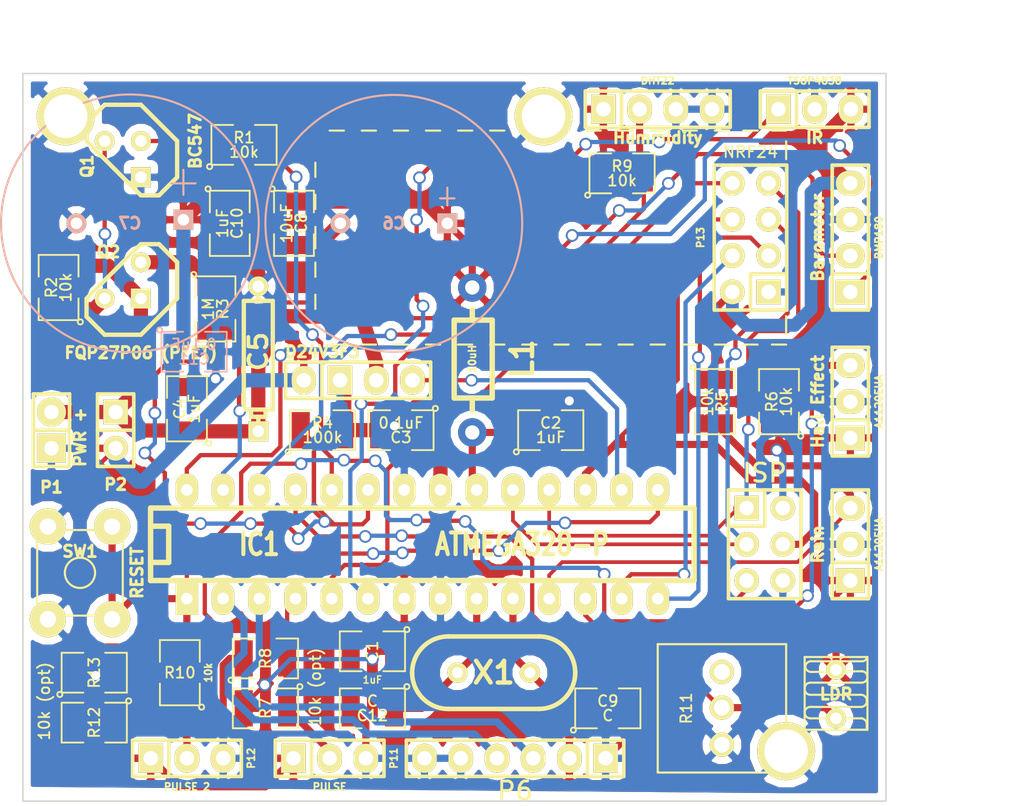
<source format=kicad_pcb>
(kicad_pcb (version 4) (host pcbnew "(2014-08-26 BZR 5101)-product")
  (layers (0 F.Cu signal) (31 B.Cu signal) (34 B.Paste user) (35 F.Paste user) (36 B.SilkS user) (37 F.SilkS user) (38 B.Mask user) (39 F.Mask user) (44 Edge.Cuts user))
  (net 0 "")
  (net 1 +3.3V)
  (net 2 GND)
  (net 3 "Net-(C2-Pad1)")
  (net 4 "Net-(C3-Pad1)")
  (net 5 /VIN)
  (net 6 /XTAL2)
  (net 7 /XTAL1)
  (net 8 RX)
  (net 9 TX)
  (net 10 /PULSE_MCU)
  (net 11 IRQ)
  (net 12 /DHT_MCU)
  (net 13 /RAIN_MCU)
  (net 14 /HALL_MCU)
  (net 15 CSN)
  (net 16 CE)
  (net 17 RESET)
  (net 18 /PULSE2_MCU)
  (net 19 /SHDN)
  (net 20 MOSI)
  (net 21 MISO)
  (net 22 SCK)
  (net 23 /BAT_ADC)
  (net 24 /PHOTO_MCU)
  (net 25 ADC3)
  (net 26 SDA)
  (net 27 SCL)
  (net 28 "Net-(Q1-Pad2)")
  (net 29 "Net-(Q1-Pad1)")
  (net 30 "Net-(Q2-PadD)")
  (net 31 /BAT_MCU)
  (module Connect:1pin (layer F.Cu) (at 124 48)
    (fp_text reference Mount hide)
    (fp_text value P*** hide)
    (pad 1 thru_hole circle (at 0 0) (size 4.064 4.064) (drill 3.048) (layers *.Cu *.Mask F.SilkS) (net 2 GND))
  )
  (module Connect:1pin (layer F.Cu) (at 157.5 48)
    (fp_text reference Mount hide)
    (fp_text value P*** hide)
    (pad 1 thru_hole circle (at 0 0) (size 4.064 4.064) (drill 3.048) (layers *.Cu *.Mask F.SilkS) (net 2 GND))
  )
  (module Connect:1pin (layer F.Cu) (at 174.5 92.5)
    (fp_text reference Mount hide)
    (fp_text value P*** hide)
    (pad 1 thru_hole circle (at 0 0) (size 4.064 4.064) (drill 3.048) (layers *.Cu *.Mask F.SilkS) (net 2 GND))
  )
  (module Pin_Headers:Pin_Header_Straight_2x04 (layer F.Cu) (at 172 56.5 90)
    (fp_text reference P13 (at 0 -3.5 90) (layer F.SilkS) (effects (font (size 0.5 0.5) (thickness 0.125))))
    (fp_text value NRF24 (at 6 0 180) (layer F.SilkS) (effects (font (size 0.8 0.8) (thickness 0.125))))
    (pad 1 thru_hole rect (at -3.81 1.27 90) (size 1.7272 1.7272) (drill 1.016) (layers *.Cu *.Mask F.SilkS) (net 2 GND))
    (pad 2 thru_hole oval (at -3.81 -1.27 90) (size 1.7272 1.7272) (drill 1.016) (layers *.Cu *.Mask F.SilkS) (net 1 +3.3V))
    (pad 3 thru_hole oval (at -1.27 1.27 90) (size 1.7272 1.7272) (drill 1.016) (layers *.Cu *.Mask F.SilkS) (net 16 CE))
    (pad 4 thru_hole oval (at -1.27 -1.27 90) (size 1.7272 1.7272) (drill 1.016) (layers *.Cu *.Mask F.SilkS) (net 15 CSN))
    (pad 5 thru_hole oval (at 1.27 1.27 90) (size 1.7272 1.7272) (drill 1.016) (layers *.Cu *.Mask F.SilkS) (net 22 SCK))
    (pad 6 thru_hole oval (at 1.27 -1.27 90) (size 1.7272 1.7272) (drill 1.016) (layers *.Cu *.Mask F.SilkS) (net 20 MOSI))
    (pad 7 thru_hole oval (at 3.81 1.27 90) (size 1.7272 1.7272) (drill 1.016) (layers *.Cu *.Mask F.SilkS) (net 21 MISO))
    (pad 8 thru_hole oval (at 3.81 -1.27 90) (size 1.7272 1.7272) (drill 1.016) (layers *.Cu *.Mask F.SilkS) (net 11 IRQ))
  )
  (module SMD_Packages:SMD-1210 (layer F.Cu) (at 170 89.5 90)
    (fp_text reference R11 (at 0 -2.5 90) (layer F.SilkS) (effects (font (size 0.762 0.762) (thickness 0.127))))
    (fp_text value 10k hide)
    (pad 1 thru_hole circle (at -2.55 0 90) (size 1.7 1.7) (drill 1.1) (layers *.Cu *.Mask F.SilkS) (net 2 GND))
    (pad NC thru_hole circle (at 2.55 0 90) (size 1.7 1.7) (drill 1.1) (layers *.Cu *.Mask F.SilkS))
    (pad 2 thru_hole circle (at 0.05 0 90) (size 1.7 1.7) (drill 1.1) (layers *.Cu *.Mask F.SilkS) (net 24 /PHOTO_MCU))
  )
  (module Discret:R1 (layer F.Cu) (at 178 88.5 270)
    (fp_text reference Photoresister1 hide)
    (fp_text value LDR (at 0 0 360) (layer F.SilkS) (effects (font (size 0.8 0.8) (thickness 0.2))))
    (pad 1 thru_hole circle (at -1.7 0 270) (size 1.397 1.397) (drill 0.8128) (layers *.Cu *.Mask F.SilkS) (net 1 +3.3V))
    (pad 2 thru_hole circle (at 1.7 0 270) (size 1.397 1.397) (drill 0.8128) (layers *.Cu *.Mask F.SilkS) (net 24 /PHOTO_MCU))
  )
  (module Discret:CP5 (layer B.Cu) (at 147 55.5 180)
    (fp_text reference C6 (at 0 0 180) (layer B.SilkS) (effects (font (size 0.8 0.8) (thickness 0.2)) (justify mirror)))
    (fp_text value 4700uF hide)
    (pad 1 thru_hole rect (at -3.75 0 180) (size 1.397 1.397) (drill 0.8128) (layers *.Cu *.Mask B.SilkS) (net 1 +3.3V))
    (pad 2 thru_hole circle (at 3.75 0 180) (size 1.397 1.397) (drill 0.8128) (layers *.Cu *.Mask B.SilkS) (net 2 GND))
  )
  (module Discret:CP5 (layer B.Cu) (at 128.5 55.5 180)
    (fp_text reference C7 (at 0 0 180) (layer B.SilkS) (effects (font (size 0.8 0.8) (thickness 0.2)) (justify mirror)))
    (fp_text value 4700uF hide)
    (pad 1 thru_hole rect (at -3.75 0.25 180) (size 1.397 1.397) (drill 0.8128) (layers *.Cu *.Mask B.SilkS) (net 1 +3.3V))
    (pad 2 thru_hole circle (at 3.75 0 180) (size 1.397 1.397) (drill 0.8128) (layers *.Cu *.Mask B.SilkS) (net 2 GND))
  )
  (module Pin_Headers:Pin_Header_Straight_1x04 (layer F.Cu) (at 144.5 66.5)
    (fp_text reference P4 hide)
    (fp_text value D24V3F3 (at -2.5 -2) (layer F.SilkS) (effects (font (size 0.8 0.8) (thickness 0.2))))
    (pad 1 thru_hole oval (at -3.81 0) (size 1.7 2) (drill 1.016) (layers *.Cu *.Mask F.SilkS) (net 1 +3.3V))
    (pad 2 thru_hole rect (at -1.27 0) (size 1.7272 2.032) (drill 1.016) (layers *.Cu *.Mask F.SilkS) (net 2 GND))
    (pad 3 thru_hole oval (at 1.27 0) (size 1.7272 2.032) (drill 1.016) (layers *.Cu *.Mask F.SilkS) (net 5 /VIN))
    (pad 4 thru_hole oval (at 3.81 0) (size 1.7272 2.032) (drill 1.016) (layers *.Cu *.Mask F.SilkS) (net 19 /SHDN))
  )
  (module Discret:SW_PUSH (layer F.Cu) (at 125 80 270)
    (fp_text reference SW1 (at -1.5 0 360) (layer F.SilkS) (effects (font (size 0.8 0.8) (thickness 0.2))))
    (fp_text value RESET (at 0 -4 450) (layer F.SilkS) (effects (font (size 0.8 0.8) (thickness 0.2))))
    (pad 2 thru_hole circle (at -3.25 2.25 270) (size 2.54 2.54) (drill 1.143) (layers *.Cu *.Mask F.SilkS) (net 2 GND))
    (pad 1 thru_hole circle (at 3.25 -2.25 270) (size 2.54 2.54) (drill 1.143) (layers *.Cu *.Mask F.SilkS) (net 17 RESET))
    (pad 1 thru_hole circle (at -3.25 -2.25 270) (size 2.54 2.54) (drill 1.143) (layers *.Cu *.Mask F.SilkS) (net 17 RESET))
    (pad 2 thru_hole circle (at 3.25 2.25 270) (size 2.54 2.54) (drill 1.143) (layers *.Cu *.Mask F.SilkS) (net 2 GND))
  )
  (module SMD_Packages:SMD-1210 (layer F.Cu) (at 145.5 85.5 180)
    (fp_text reference C1 (at 0 0 270) (layer F.SilkS) (effects (font (size 0.762 0.762) (thickness 0.127))))
    (fp_text value 1uF (at 0 -2 180) (layer F.SilkS) (effects (font (size 0.5 0.5) (thickness 0.1))))
    (pad 1 smd rect (at -1.524 0 180) (size 1.27 2.54) (layers F.Cu F.Paste F.Mask) (net 1 +3.3V))
    (pad 2 smd rect (at 1.524 0 180) (size 1.27 2.54) (layers F.Cu F.Paste F.Mask) (net 2 GND))
  )
  (module SMD_Packages:SMD-1210 (layer F.Cu) (at 158 70)
    (fp_text reference C2 (at 0 -0.508) (layer F.SilkS) (effects (font (size 0.762 0.762) (thickness 0.127))))
    (fp_text value 1uF (at 0 0.508) (layer F.SilkS) (effects (font (size 0.762 0.762) (thickness 0.127))))
    (pad 1 smd rect (at -1.524 0) (size 1.27 2.54) (layers F.Cu F.Paste F.Mask) (net 3 "Net-(C2-Pad1)"))
    (pad 2 smd rect (at 1.524 0) (size 1.27 2.54) (layers F.Cu F.Paste F.Mask) (net 2 GND))
  )
  (module SMD_Packages:SMD-1210 (layer F.Cu) (at 147.5 70 180)
    (fp_text reference C3 (at 0 -0.508 180) (layer F.SilkS) (effects (font (size 0.762 0.762) (thickness 0.127))))
    (fp_text value 0.1uF (at 0 0.508 180) (layer F.SilkS) (effects (font (size 0.762 0.762) (thickness 0.127))))
    (pad 1 smd rect (at -1.524 0 180) (size 1.27 2.54) (layers F.Cu F.Paste F.Mask) (net 4 "Net-(C3-Pad1)"))
    (pad 2 smd rect (at 1.524 0 180) (size 1.27 2.54) (layers F.Cu F.Paste F.Mask) (net 2 GND))
  )
  (module SMD_Packages:SMD-1210 (layer F.Cu) (at 132.5 68.5 90)
    (fp_text reference C4 (at 0 -0.508 90) (layer F.SilkS) (effects (font (size 0.762 0.762) (thickness 0.127))))
    (fp_text value 1uF (at 0 0.508 90) (layer F.SilkS) (effects (font (size 0.762 0.762) (thickness 0.127))))
    (pad 1 smd rect (at -1.524 0 90) (size 1.27 2.54) (layers F.Cu F.Paste F.Mask) (net 5 /VIN))
    (pad 2 smd rect (at 1.524 0 90) (size 1.27 2.54) (layers F.Cu F.Paste F.Mask) (net 2 GND))
  )
  (module Discret:CP4 (layer F.Cu) (at 137.5 65 90)
    (fp_text reference C5 (at 0.508 0 90) (layer F.SilkS) (effects (font (size 1.27 1.397) (thickness 0.254))))
    (fp_text value 1000uF hide)
    (pad 1 thru_hole rect (at -5.08 0 90) (size 1.397 1.397) (drill 0.8128) (layers *.Cu *.Mask F.SilkS) (net 5 /VIN))
    (pad 2 thru_hole circle (at 5.08 0 90) (size 1.397 1.397) (drill 0.8128) (layers *.Cu *.Mask F.SilkS) (net 2 GND))
  )
  (module SMD_Packages:SMD-1210 (layer F.Cu) (at 140 55.5 270)
    (fp_text reference C8 (at 0 -0.508 270) (layer F.SilkS) (effects (font (size 0.762 0.762) (thickness 0.127))))
    (fp_text value 10uF (at 0 0.508 270) (layer F.SilkS) (effects (font (size 0.762 0.762) (thickness 0.127))))
    (pad 1 smd rect (at -1.524 0 270) (size 1.27 2.54) (layers F.Cu F.Paste F.Mask) (net 1 +3.3V))
    (pad 2 smd rect (at 1.524 0 270) (size 1.27 2.54) (layers F.Cu F.Paste F.Mask) (net 2 GND))
  )
  (module SMD_Packages:SMD-1210 (layer F.Cu) (at 162 89.5)
    (fp_text reference C9 (at 0 -0.508) (layer F.SilkS) (effects (font (size 0.762 0.762) (thickness 0.127))))
    (fp_text value C (at 0 0.508) (layer F.SilkS) (effects (font (size 0.762 0.762) (thickness 0.127))))
    (pad 1 smd rect (at -1.524 0) (size 1.27 2.54) (layers F.Cu F.Paste F.Mask) (net 6 /XTAL2))
    (pad 2 smd rect (at 1.524 0) (size 1.27 2.54) (layers F.Cu F.Paste F.Mask) (net 2 GND))
  )
  (module SMD_Packages:SMD-1210 (layer F.Cu) (at 135.5 55.5 270)
    (fp_text reference C10 (at 0 -0.508 270) (layer F.SilkS) (effects (font (size 0.762 0.762) (thickness 0.127))))
    (fp_text value 1uF (at 0 0.508 270) (layer F.SilkS) (effects (font (size 0.762 0.762) (thickness 0.127))))
    (pad 1 smd rect (at -1.524 0 270) (size 1.27 2.54) (layers F.Cu F.Paste F.Mask) (net 1 +3.3V))
    (pad 2 smd rect (at 1.524 0 270) (size 1.27 2.54) (layers F.Cu F.Paste F.Mask) (net 2 GND))
  )
  (module SMD_Packages:SMD-1210 (layer B.Cu) (at 133 64.5)
    (fp_text reference C11 (at 0 0.508) (layer B.SilkS) (effects (font (size 0.762 0.762) (thickness 0.127)) (justify mirror)))
    (fp_text value 0.1uF (at 0 -0.508) (layer B.SilkS) (effects (font (size 0.762 0.762) (thickness 0.127)) (justify mirror)))
    (pad 1 smd rect (at -1.524 0) (size 1.27 2.54) (layers B.Cu B.Paste B.Mask) (net 1 +3.3V))
    (pad 2 smd rect (at 1.524 0) (size 1.27 2.54) (layers B.Cu B.Paste B.Mask) (net 2 GND))
  )
  (module SMD_Packages:SMD-1210 (layer F.Cu) (at 145.5 89.5 180)
    (fp_text reference C12 (at 0 -0.508 180) (layer F.SilkS) (effects (font (size 0.762 0.762) (thickness 0.127))))
    (fp_text value C (at 0 0.508 180) (layer F.SilkS) (effects (font (size 0.762 0.762) (thickness 0.127))))
    (pad 1 smd rect (at -1.524 0 180) (size 1.27 2.54) (layers F.Cu F.Paste F.Mask) (net 7 /XTAL1))
    (pad 2 smd rect (at 1.524 0 180) (size 1.27 2.54) (layers F.Cu F.Paste F.Mask) (net 2 GND))
  )
  (module Sockets_DIP:DIP-28__300_ELL (layer F.Cu) (at 149 78)
    (fp_text reference IC1 (at -11.43 0) (layer F.SilkS) (effects (font (size 1.524 1.143) (thickness 0.3048))))
    (fp_text value ATMEGA328-P (at 6.985 0) (layer F.SilkS) (effects (font (size 1.524 1.143) (thickness 0.3048))))
    (pad 2 thru_hole oval (at -13.97 3.81) (size 1.5748 2.286) (drill 0.8128) (layers *.Cu *.Mask F.SilkS) (net 8 RX))
    (pad 3 thru_hole oval (at -11.43 3.81) (size 1.5748 2.286) (drill 0.8128) (layers *.Cu *.Mask F.SilkS) (net 9 TX))
    (pad 4 thru_hole oval (at -8.89 3.81) (size 1.5748 2.286) (drill 0.8128) (layers *.Cu *.Mask F.SilkS) (net 10 /PULSE_MCU))
    (pad 5 thru_hole oval (at -6.35 3.81) (size 1.5748 2.286) (drill 0.8128) (layers *.Cu *.Mask F.SilkS) (net 11 IRQ))
    (pad 6 thru_hole oval (at -3.81 3.81) (size 1.5748 2.286) (drill 0.8128) (layers *.Cu *.Mask F.SilkS) (net 12 /DHT_MCU))
    (pad 7 thru_hole oval (at -1.27 3.81) (size 1.5748 2.286) (drill 0.8128) (layers *.Cu *.Mask F.SilkS) (net 1 +3.3V))
    (pad 8 thru_hole oval (at 1.27 3.81) (size 1.5748 2.286) (drill 0.8128) (layers *.Cu *.Mask F.SilkS) (net 2 GND))
    (pad 9 thru_hole oval (at 3.81 3.81) (size 1.5748 2.286) (drill 0.8128) (layers *.Cu *.Mask F.SilkS) (net 7 /XTAL1))
    (pad 10 thru_hole oval (at 6.35 3.81) (size 1.5748 2.286) (drill 0.8128) (layers *.Cu *.Mask F.SilkS) (net 6 /XTAL2))
    (pad 11 thru_hole oval (at 8.89 3.81) (size 1.5748 2.286) (drill 0.8128) (layers *.Cu *.Mask F.SilkS) (net 13 /RAIN_MCU))
    (pad 12 thru_hole oval (at 11.43 3.81) (size 1.5748 2.286) (drill 0.8128) (layers *.Cu *.Mask F.SilkS) (net 14 /HALL_MCU))
    (pad 13 thru_hole oval (at 13.97 3.81) (size 1.5748 2.286) (drill 0.8128) (layers *.Cu *.Mask F.SilkS) (net 15 CSN))
    (pad 14 thru_hole oval (at 16.51 3.81) (size 1.5748 2.286) (drill 0.8128) (layers *.Cu *.Mask F.SilkS) (net 16 CE))
    (pad 1 thru_hole rect (at -16.51 3.81) (size 1.5748 2.286) (drill 0.8128) (layers *.Cu *.Mask F.SilkS) (net 17 RESET))
    (pad 15 thru_hole oval (at 16.51 -3.81) (size 1.5748 2.286) (drill 0.8128) (layers *.Cu *.Mask F.SilkS) (net 18 /PULSE2_MCU))
    (pad 16 thru_hole oval (at 13.97 -3.81) (size 1.5748 2.286) (drill 0.8128) (layers *.Cu *.Mask F.SilkS) (net 19 /SHDN))
    (pad 17 thru_hole oval (at 11.43 -3.81) (size 1.5748 2.286) (drill 0.8128) (layers *.Cu *.Mask F.SilkS) (net 20 MOSI))
    (pad 18 thru_hole oval (at 8.89 -3.81) (size 1.5748 2.286) (drill 0.8128) (layers *.Cu *.Mask F.SilkS) (net 21 MISO))
    (pad 19 thru_hole oval (at 6.35 -3.81) (size 1.5748 2.286) (drill 0.8128) (layers *.Cu *.Mask F.SilkS) (net 22 SCK))
    (pad 20 thru_hole oval (at 3.81 -3.81) (size 1.5748 2.286) (drill 0.8128) (layers *.Cu *.Mask F.SilkS) (net 3 "Net-(C2-Pad1)"))
    (pad 21 thru_hole oval (at 1.27 -3.81) (size 1.5748 2.286) (drill 0.8128) (layers *.Cu *.Mask F.SilkS) (net 4 "Net-(C3-Pad1)"))
    (pad 22 thru_hole oval (at -1.27 -3.81) (size 1.5748 2.286) (drill 0.8128) (layers *.Cu *.Mask F.SilkS) (net 2 GND))
    (pad 23 thru_hole oval (at -3.81 -3.81) (size 1.5748 2.286) (drill 0.8128) (layers *.Cu *.Mask F.SilkS) (net 23 /BAT_ADC))
    (pad 24 thru_hole oval (at -6.35 -3.81) (size 1.5748 2.286) (drill 0.8128) (layers *.Cu *.Mask F.SilkS) (net 31 /BAT_MCU))
    (pad 25 thru_hole oval (at -8.89 -3.81) (size 1.5748 2.286) (drill 0.8128) (layers *.Cu *.Mask F.SilkS) (net 24 /PHOTO_MCU))
    (pad 26 thru_hole oval (at -11.43 -3.81) (size 1.5748 2.286) (drill 0.8128) (layers *.Cu *.Mask F.SilkS) (net 25 ADC3))
    (pad 27 thru_hole oval (at -13.97 -3.81) (size 1.5748 2.286) (drill 0.8128) (layers *.Cu *.Mask F.SilkS) (net 26 SDA))
    (pad 28 thru_hole oval (at -16.51 -3.81) (size 1.5748 2.286) (drill 0.8128) (layers *.Cu *.Mask F.SilkS) (net 27 SCL))
  )
  (module Choke_Axial_ThroughHole:Choke_Horizontal_RM10mm (layer F.Cu) (at 152.5 65 270)
    (fp_text reference L1 (at 0 -3.50012 270) (layer F.SilkS) (effects (font (thickness 0.3048))))
    (fp_text value 10uH (at 0 0 270) (layer F.SilkS) (effects (font (size 0.5 0.5) (thickness 0.125))))
    (pad 1 thru_hole circle (at -5.00126 0 270) (size 1.99898 1.99898) (drill 1.00076) (layers *.Cu) (net 1 +3.3V))
    (pad 2 thru_hole circle (at 5.15874 0 270) (size 1.99898 1.99898) (drill 1.00076) (layers *.Cu) (net 3 "Net-(C2-Pad1)"))
  )
  (module Pin_Headers:Pin_Header_Straight_1x02 (layer F.Cu) (at 123 70 90)
    (fp_text reference P1 (at -4 0 180) (layer F.SilkS) (effects (font (size 0.8 0.8) (thickness 0.2))))
    (fp_text value "PWR +" (at -0.5 2 90) (layer F.SilkS) (effects (font (size 0.8 0.8) (thickness 0.2))))
    (pad 1 thru_hole rect (at -1.27 0 90) (size 2.032 2.032) (drill 1.016) (layers *.Cu *.Mask F.SilkS) (net 2 GND))
    (pad 2 thru_hole oval (at 1.27 0 90) (size 2.032 2.032) (drill 1.016) (layers *.Cu *.Mask F.SilkS) (net 5 /VIN))
  )
  (module Pin_Headers:Pin_Header_Straight_2x01 (layer F.Cu) (at 127.5 70 180)
    (fp_text reference P2 (at 0 -3.81 180) (layer F.SilkS) (effects (font (size 0.8 0.8) (thickness 0.2))))
    (fp_text value "PWR JMP" hide)
    (pad 1 thru_hole rect (at 0 1.27 180) (size 1.7272 1.7272) (drill 1.016) (layers *.Cu *.Mask F.SilkS) (net 5 /VIN))
    (pad 2 thru_hole oval (at 0 -1.27 180) (size 1.7272 1.7272) (drill 1.016) (layers *.Cu *.Mask F.SilkS) (net 1 +3.3V))
  )
  (module Pin_Headers:Pin_Header_Straight_1x03 (layer F.Cu) (at 179 78 90)
    (fp_text reference Rain (at 0 -2.286 90) (layer F.SilkS) (effects (font (size 0.8 0.8) (thickness 0.2))))
    (fp_text value A1120EUA (at 0 2 90) (layer F.SilkS) (effects (font (size 0.5 0.5) (thickness 0.125))))
    (pad 1 thru_hole rect (at -2.54 0 90) (size 1.7272 2.032) (drill 1.016) (layers *.Cu *.Mask F.SilkS) (net 1 +3.3V))
    (pad 2 thru_hole oval (at 0 0 90) (size 1.7272 2.032) (drill 1.016) (layers *.Cu *.Mask F.SilkS) (net 2 GND))
    (pad 3 thru_hole oval (at 2.54 0 90) (size 1.7272 2.032) (drill 1.016) (layers *.Cu *.Mask F.SilkS) (net 13 /RAIN_MCU))
  )
  (module Pin_Headers:Pin_Header_Straight_1x03 (layer F.Cu) (at 179 68 90)
    (fp_text reference "Hall Effect" (at 0 -2.286 90) (layer F.SilkS) (effects (font (size 0.8 0.8) (thickness 0.2))))
    (fp_text value A1120EUA (at 0 2 90) (layer F.SilkS) (effects (font (size 0.5 0.5) (thickness 0.125))))
    (pad 1 thru_hole rect (at -2.54 0 90) (size 1.7272 2.032) (drill 1.016) (layers *.Cu *.Mask F.SilkS) (net 1 +3.3V))
    (pad 2 thru_hole oval (at 0 0 90) (size 1.7272 2.032) (drill 1.016) (layers *.Cu *.Mask F.SilkS) (net 2 GND))
    (pad 3 thru_hole oval (at 2.54 0 90) (size 1.7272 2.032) (drill 1.016) (layers *.Cu *.Mask F.SilkS) (net 14 /HALL_MCU))
  )
  (module Pin_Headers:Pin_Header_Straight_1x06 (layer F.Cu) (at 155.5 93 180)
    (fp_text reference P6 (at 0 -2.286 180) (layer F.SilkS) (effects (font (size 1.27 1.27) (thickness 0.2032))))
    (fp_text value External hide)
    (pad 1 thru_hole rect (at -6.35 0 180) (size 1.7272 2.032) (drill 1.016) (layers *.Cu *.Mask F.SilkS) (net 2 GND))
    (pad 2 thru_hole oval (at -3.81 0 180) (size 1.7272 2.032) (drill 1.016) (layers *.Cu *.Mask F.SilkS) (net 1 +3.3V))
    (pad 3 thru_hole oval (at -1.27 0 180) (size 1.7272 2.032) (drill 1.016) (layers *.Cu *.Mask F.SilkS) (net 9 TX))
    (pad 4 thru_hole oval (at 1.27 0 180) (size 1.7272 2.032) (drill 1.016) (layers *.Cu *.Mask F.SilkS) (net 8 RX))
    (pad 5 thru_hole oval (at 3.81 0 180) (size 1.7272 2.032) (drill 1.016) (layers *.Cu *.Mask F.SilkS) (net 2 GND))
    (pad 6 thru_hole oval (at 6.35 0 180) (size 1.7272 2.032) (drill 1.016) (layers *.Cu *.Mask F.SilkS) (net 2 GND))
  )
  (module Pin_Headers:Pin_Header_Straight_1x04 (layer F.Cu) (at 179 56.5 90)
    (fp_text reference Barometer (at 0 -2.286 90) (layer F.SilkS) (effects (font (size 0.8 0.8) (thickness 0.2))))
    (fp_text value BMP180 (at 0 2 90) (layer F.SilkS) (effects (font (size 0.5 0.5) (thickness 0.125))))
    (pad 1 thru_hole rect (at -3.81 0 90) (size 1.7272 2.032) (drill 1.016) (layers *.Cu *.Mask F.SilkS) (net 26 SDA))
    (pad 2 thru_hole oval (at -1.27 0 90) (size 1.7272 2.032) (drill 1.016) (layers *.Cu *.Mask F.SilkS) (net 27 SCL))
    (pad 3 thru_hole oval (at 1.27 0 90) (size 1.7272 2.032) (drill 1.016) (layers *.Cu *.Mask F.SilkS) (net 2 GND))
    (pad 4 thru_hole oval (at 3.81 0 90) (size 1.7272 2.032) (drill 1.016) (layers *.Cu *.Mask F.SilkS) (net 1 +3.3V))
  )
  (module Pin_Headers:Pin_Header_Straight_1x03 (layer F.Cu) (at 176.5 47.5)
    (fp_text reference IR (at 0 2) (layer F.SilkS) (effects (font (size 0.8 0.8) (thickness 0.2))))
    (fp_text value TSOP4838 (at 0 -2) (layer F.SilkS) (effects (font (size 0.5 0.5) (thickness 0.125))))
    (pad 1 thru_hole rect (at -2.54 0) (size 1.7272 2.032) (drill 1.016) (layers *.Cu *.Mask F.SilkS) (net 25 ADC3))
    (pad 2 thru_hole oval (at 0 0) (size 1.7272 2.032) (drill 1.016) (layers *.Cu *.Mask F.SilkS) (net 2 GND))
    (pad 3 thru_hole oval (at 2.54 0) (size 1.7272 2.032) (drill 1.016) (layers *.Cu *.Mask F.SilkS) (net 1 +3.3V))
  )
  (module Pin_Headers:Pin_Header_Straight_2x03 (layer F.Cu) (at 173 78 270)
    (fp_text reference ISP (at -5 0 360) (layer F.SilkS) (effects (font (size 1.27 1.27) (thickness 0.2032))))
    (fp_text value ISP hide)
    (pad 1 thru_hole rect (at -2.54 1.27 270) (size 1.7272 1.7272) (drill 1.016) (layers *.Cu *.Mask F.SilkS) (net 21 MISO))
    (pad 2 thru_hole oval (at -2.54 -1.27 270) (size 1.7272 1.7272) (drill 1.016) (layers *.Cu *.Mask F.SilkS) (net 1 +3.3V))
    (pad 3 thru_hole oval (at 0 1.27 270) (size 1.7272 1.7272) (drill 1.016) (layers *.Cu *.Mask F.SilkS) (net 22 SCK))
    (pad 4 thru_hole oval (at 0 -1.27 270) (size 1.7272 1.7272) (drill 1.016) (layers *.Cu *.Mask F.SilkS) (net 20 MOSI))
    (pad 5 thru_hole oval (at 2.54 1.27 270) (size 1.7272 1.7272) (drill 1.016) (layers *.Cu *.Mask F.SilkS) (net 17 RESET))
    (pad 6 thru_hole oval (at 2.54 -1.27 270) (size 1.7272 1.7272) (drill 1.016) (layers *.Cu *.Mask F.SilkS) (net 2 GND))
  )
  (module Pin_Headers:Pin_Header_Straight_1x04 (layer F.Cu) (at 165.5 47.5)
    (fp_text reference Hummidity (at 0 2) (layer F.SilkS) (effects (font (size 0.8 0.8) (thickness 0.2))))
    (fp_text value DHT22 (at 0 -2) (layer F.SilkS) (effects (font (size 0.5 0.5) (thickness 0.125))))
    (pad 1 thru_hole rect (at -3.81 0) (size 1.7272 2.032) (drill 1.016) (layers *.Cu *.Mask F.SilkS) (net 1 +3.3V))
    (pad 2 thru_hole oval (at -1.27 0) (size 1.7272 2.032) (drill 1.016) (layers *.Cu *.Mask F.SilkS) (net 12 /DHT_MCU))
    (pad 3 thru_hole oval (at 1.27 0) (size 1.7272 2.032) (drill 1.016) (layers *.Cu *.Mask F.SilkS) (net 2 GND))
    (pad 4 thru_hole oval (at 3.81 0) (size 1.7272 2.032) (drill 1.016) (layers *.Cu *.Mask F.SilkS) (net 2 GND))
  )
  (module Pin_Headers:Pin_Header_Straight_1x03 (layer F.Cu) (at 142.5 93)
    (fp_text reference P11 (at 4.5 0 90) (layer F.SilkS) (effects (font (size 0.5 0.5) (thickness 0.125))))
    (fp_text value PULSE (at 0 2) (layer F.SilkS) (effects (font (size 0.5 0.5) (thickness 0.125))))
    (pad 1 thru_hole rect (at -2.54 0) (size 1.7272 2.032) (drill 1.016) (layers *.Cu *.Mask F.SilkS) (net 1 +3.3V))
    (pad 2 thru_hole oval (at 0 0) (size 1.7272 2.032) (drill 1.016) (layers *.Cu *.Mask F.SilkS) (net 10 /PULSE_MCU))
    (pad 3 thru_hole oval (at 2.54 0) (size 1.7272 2.032) (drill 1.016) (layers *.Cu *.Mask F.SilkS) (net 2 GND))
  )
  (module Pin_Headers:Pin_Header_Straight_1x03 (layer F.Cu) (at 132.5 93)
    (fp_text reference P12 (at 4.5 0 90) (layer F.SilkS) (effects (font (size 0.5 0.5) (thickness 0.125))))
    (fp_text value "PULSE 2" (at 0 2) (layer F.SilkS) (effects (font (size 0.5 0.5) (thickness 0.125))))
    (pad 1 thru_hole rect (at -2.54 0) (size 1.7272 2.032) (drill 1.016) (layers *.Cu *.Mask F.SilkS) (net 1 +3.3V))
    (pad 2 thru_hole oval (at 0 0) (size 1.7272 2.032) (drill 1.016) (layers *.Cu *.Mask F.SilkS) (net 18 /PULSE2_MCU))
    (pad 3 thru_hole oval (at 2.54 0) (size 1.7272 2.032) (drill 1.016) (layers *.Cu *.Mask F.SilkS) (net 2 GND))
  )
  (module Discret:TO92-123 (layer F.Cu) (at 128 51 270)
    (fp_text reference Q1 (at 0.5 2.5 270) (layer F.SilkS) (effects (font (size 0.8 0.8) (thickness 0.2))))
    (fp_text value BC547 (at -1.27 -5.08 270) (layer F.SilkS) (effects (font (size 0.8 0.8) (thickness 0.2))))
    (pad 3 thru_hole rect (at 1.27 -1.27 270) (size 1.397 1.397) (drill 0.8128) (layers *.Cu *.Mask F.SilkS) (net 2 GND))
    (pad 2 thru_hole circle (at -1.27 -1.27 270) (size 1.397 1.397) (drill 0.8128) (layers *.Cu *.Mask F.SilkS) (net 28 "Net-(Q1-Pad2)"))
    (pad 1 thru_hole circle (at -1.27 1.27 270) (size 1.397 1.397) (drill 0.8128) (layers *.Cu *.Mask F.SilkS) (net 29 "Net-(Q1-Pad1)"))
  )
  (module Discret:TO92GSD (layer F.Cu) (at 128 59.5 180)
    (fp_text reference Q2 (at 1 2 180) (layer F.SilkS) (effects (font (size 0.8 0.8) (thickness 0.2))))
    (fp_text value "FQP27P06 (PFET)" (at -1.27 -5.08 180) (layer F.SilkS) (effects (font (size 0.8 0.8) (thickness 0.2))))
    (pad G thru_hole circle (at 1.27 -1.27 180) (size 1.397 1.397) (drill 0.8128) (layers *.Cu *.Mask F.SilkS) (net 29 "Net-(Q1-Pad1)"))
    (pad S thru_hole rect (at -1.27 -1.27 180) (size 1.397 1.397) (drill 0.8128) (layers *.Cu *.Mask F.SilkS) (net 5 /VIN))
    (pad D thru_hole circle (at -1.27 1.27 180) (size 1.397 1.397) (drill 0.8128) (layers *.Cu *.Mask F.SilkS) (net 30 "Net-(Q2-PadD)"))
  )
  (module SMD_Packages:SMD-1210 (layer F.Cu) (at 136.5 50)
    (fp_text reference R1 (at 0 -0.508) (layer F.SilkS) (effects (font (size 0.762 0.762) (thickness 0.127))))
    (fp_text value 10k (at 0 0.508) (layer F.SilkS) (effects (font (size 0.762 0.762) (thickness 0.127))))
    (pad 1 smd rect (at -1.524 0) (size 1.27 2.54) (layers F.Cu F.Paste F.Mask) (net 28 "Net-(Q1-Pad2)"))
    (pad 2 smd rect (at 1.524 0) (size 1.27 2.54) (layers F.Cu F.Paste F.Mask) (net 31 /BAT_MCU))
  )
  (module SMD_Packages:SMD-1210 (layer F.Cu) (at 123.5 60 90)
    (fp_text reference R2 (at 0 -0.508 90) (layer F.SilkS) (effects (font (size 0.762 0.762) (thickness 0.127))))
    (fp_text value 10k (at 0 0.508 90) (layer F.SilkS) (effects (font (size 0.762 0.762) (thickness 0.127))))
    (pad 1 smd rect (at -1.524 0 90) (size 1.27 2.54) (layers F.Cu F.Paste F.Mask) (net 29 "Net-(Q1-Pad1)"))
    (pad 2 smd rect (at 1.524 0 90) (size 1.27 2.54) (layers F.Cu F.Paste F.Mask) (net 5 /VIN))
  )
  (module SMD_Packages:SMD-1210 (layer F.Cu) (at 134.5 61.5 270)
    (fp_text reference R3 (at 0 -0.508 270) (layer F.SilkS) (effects (font (size 0.762 0.762) (thickness 0.127))))
    (fp_text value 1M (at 0 0.508 270) (layer F.SilkS) (effects (font (size 0.762 0.762) (thickness 0.127))))
    (pad 1 smd rect (at -1.524 0 270) (size 1.27 2.54) (layers F.Cu F.Paste F.Mask) (net 30 "Net-(Q2-PadD)"))
    (pad 2 smd rect (at 1.524 0 270) (size 1.27 2.54) (layers F.Cu F.Paste F.Mask) (net 23 /BAT_ADC))
  )
  (module SMD_Packages:SMD-1210 (layer F.Cu) (at 142 70)
    (fp_text reference R4 (at 0 -0.508) (layer F.SilkS) (effects (font (size 0.762 0.762) (thickness 0.127))))
    (fp_text value 100k (at 0 0.508) (layer F.SilkS) (effects (font (size 0.762 0.762) (thickness 0.127))))
    (pad 1 smd rect (at -1.524 0) (size 1.27 2.54) (layers F.Cu F.Paste F.Mask) (net 23 /BAT_ADC))
    (pad 2 smd rect (at 1.524 0) (size 1.27 2.54) (layers F.Cu F.Paste F.Mask) (net 2 GND))
  )
  (module SMD_Packages:SMD-1210 (layer F.Cu) (at 169.5 68 270)
    (fp_text reference R5 (at 0 -0.508 270) (layer F.SilkS) (effects (font (size 0.762 0.762) (thickness 0.127))))
    (fp_text value 10k (at 0 0.508 270) (layer F.SilkS) (effects (font (size 0.762 0.762) (thickness 0.127))))
    (pad 1 smd rect (at -1.524 0 270) (size 1.27 2.54) (layers F.Cu F.Paste F.Mask) (net 1 +3.3V))
    (pad 2 smd rect (at 1.524 0 270) (size 1.27 2.54) (layers F.Cu F.Paste F.Mask) (net 13 /RAIN_MCU))
  )
  (module SMD_Packages:SMD-1210 (layer F.Cu) (at 174 68 90)
    (fp_text reference R6 (at 0 -0.508 90) (layer F.SilkS) (effects (font (size 0.762 0.762) (thickness 0.127))))
    (fp_text value 10k (at 0 0.508 90) (layer F.SilkS) (effects (font (size 0.762 0.762) (thickness 0.127))))
    (pad 1 smd rect (at -1.524 0 90) (size 1.27 2.54) (layers F.Cu F.Paste F.Mask) (net 1 +3.3V))
    (pad 2 smd rect (at 1.524 0 90) (size 1.27 2.54) (layers F.Cu F.Paste F.Mask) (net 14 /HALL_MCU))
  )
  (module SMD_Packages:SMD-1210 (layer F.Cu) (at 138 89.5 180)
    (fp_text reference R7 (at 0 0 270) (layer F.SilkS) (effects (font (size 0.762 0.762) (thickness 0.127))))
    (fp_text value "10k (opt)" (at -3.5 1.5 270) (layer F.SilkS) (effects (font (size 0.762 0.762) (thickness 0.127))))
    (pad 1 smd rect (at -1.524 0 180) (size 1.27 2.54) (layers F.Cu F.Paste F.Mask) (net 10 /PULSE_MCU))
    (pad 2 smd rect (at 1.524 0 180) (size 1.27 2.54) (layers F.Cu F.Paste F.Mask) (net 1 +3.3V))
  )
  (module SMD_Packages:SMD-1210 (layer F.Cu) (at 138 86)
    (fp_text reference R8 (at 0 0 90) (layer F.SilkS) (effects (font (size 0.762 0.762) (thickness 0.127))))
    (fp_text value "10k (opt)" hide)
    (pad 1 smd rect (at -1.524 0) (size 1.27 2.54) (layers F.Cu F.Paste F.Mask) (net 2 GND))
    (pad 2 smd rect (at 1.524 0) (size 1.27 2.54) (layers F.Cu F.Paste F.Mask) (net 10 /PULSE_MCU))
  )
  (module SMD_Packages:SMD-1210 (layer F.Cu) (at 163 52)
    (fp_text reference R9 (at 0 -0.508) (layer F.SilkS) (effects (font (size 0.762 0.762) (thickness 0.127))))
    (fp_text value 10k (at 0 0.508) (layer F.SilkS) (effects (font (size 0.762 0.762) (thickness 0.127))))
    (pad 1 smd rect (at -1.524 0) (size 1.27 2.54) (layers F.Cu F.Paste F.Mask) (net 1 +3.3V))
    (pad 2 smd rect (at 1.524 0) (size 1.27 2.54) (layers F.Cu F.Paste F.Mask) (net 12 /DHT_MCU))
  )
  (module SMD_Packages:SMD-1210 (layer F.Cu) (at 132 87 90)
    (fp_text reference R10 (at 0 0 180) (layer F.SilkS) (effects (font (size 0.762 0.762) (thickness 0.127))))
    (fp_text value 10k (at 0 2 90) (layer F.SilkS) (effects (font (size 0.5 0.5) (thickness 0.125))))
    (pad 1 smd rect (at -1.524 0 90) (size 1.27 2.54) (layers F.Cu F.Paste F.Mask) (net 1 +3.3V))
    (pad 2 smd rect (at 1.524 0 90) (size 1.27 2.54) (layers F.Cu F.Paste F.Mask) (net 17 RESET))
  )
  (module SMD_Packages:SMD-1210 (layer F.Cu) (at 126 90.5 180)
    (fp_text reference R12 (at 0 0 270) (layer F.SilkS) (effects (font (size 0.762 0.762) (thickness 0.127))))
    (fp_text value "10k (opt)" hide)
    (pad 1 smd rect (at -1.524 0 180) (size 1.27 2.54) (layers F.Cu F.Paste F.Mask) (net 18 /PULSE2_MCU))
    (pad 2 smd rect (at 1.524 0 180) (size 1.27 2.54) (layers F.Cu F.Paste F.Mask) (net 1 +3.3V))
  )
  (module SMD_Packages:SMD-1210 (layer F.Cu) (at 126 87)
    (fp_text reference R13 (at 0 0 90) (layer F.SilkS) (effects (font (size 0.762 0.762) (thickness 0.127))))
    (fp_text value "10k (opt)" (at -3.5 2 90) (layer F.SilkS) (effects (font (size 0.762 0.762) (thickness 0.127))))
    (pad 1 smd rect (at -1.524 0) (size 1.27 2.54) (layers F.Cu F.Paste F.Mask) (net 2 GND))
    (pad 2 smd rect (at 1.524 0) (size 1.27 2.54) (layers F.Cu F.Paste F.Mask) (net 18 /PULSE2_MCU))
  )
  (module Discret:HC-49V (layer F.Cu) (at 154 87 180)
    (fp_text reference X1 (at 0 0 180) (layer F.SilkS) (effects (font (thickness 0.3048))))
    (fp_text value 8MHZ hide)
    (pad 1 thru_hole circle (at -2.54 0 180) (size 1.4224 1.4224) (drill 0.762) (layers *.Cu *.Mask F.SilkS) (net 6 /XTAL2))
    (pad 2 thru_hole circle (at 2.54 0 180) (size 1.4224 1.4224) (drill 0.762) (layers *.Cu *.Mask F.SilkS) (net 7 /XTAL1))
  )
  (gr_line (start 121 45) (end 121 46.5) (angle 90) (layer Edge.Cuts) (width 0.1))
  (gr_line (start 181.5 45) (end 121 45) (angle 90) (layer Edge.Cuts) (width 0.1))
  (gr_line (start 121 96) (end 121 46.5) (angle 90) (layer Edge.Cuts) (width 0.1))
  (gr_line (start 181.5 96) (end 121 96) (angle 90) (layer Edge.Cuts) (width 0.1))
  (gr_line (start 181.5 45) (end 181.5 96) (angle 90) (layer Edge.Cuts) (width 0.1))
  (segment (start 174.27 75.46) (end 174.27 71.82) (width 0.5) (layer B.Cu) (net 1))
  (via (at 173.85 71.4) (size 0.889) (layers F.Cu B.Cu) (net 1))
  (segment (start 174.27 71.82) (end 173.85 71.4) (width 0.5) (layer B.Cu) (net 1))
  (segment (start 127.5 71.27) (end 127.5 72.05) (width 1) (layer B.Cu) (net 1))
  (segment (start 127.5 71.27) (end 127.5 72.05) (width 1) (layer B.Cu) (net 1))
  (segment (start 127.5 72.05) (end 129.05 73.6) (width 1) (layer B.Cu) (net 1))
  (segment (start 129.4 73.6) (end 131.73 71.27) (width 1) (layer B.Cu) (net 1))
  (segment (start 129.05 73.6) (end 129.4 73.6) (width 1) (layer B.Cu) (net 1))
  (segment (start 136.476 89.5) (end 136.476 89.324) (width 0.3) (layer F.Cu) (net 1))
  (segment (start 136.476 89.324) (end 137.95 87.85) (width 0.3) (layer F.Cu) (net 1))
  (segment (start 146.05 85.5) (end 147.024 85.5) (width 0.3) (layer F.Cu) (net 1))
  (segment (start 145.5 86.05) (end 146.05 85.5) (width 0.3) (layer F.Cu) (net 1))
  (via (at 145.5 86.05) (size 0.889) (layers F.Cu B.Cu) (net 1))
  (segment (start 139.75 86.05) (end 145.5 86.05) (width 0.3) (layer B.Cu) (net 1))
  (segment (start 137.95 87.85) (end 139.75 86.05) (width 0.3) (layer B.Cu) (net 1))
  (via (at 137.95 87.85) (size 0.889) (layers F.Cu B.Cu) (net 1))
  (segment (start 123.25 85.3) (end 123.75 85.3) (width 0.3) (layer F.Cu) (net 1))
  (segment (start 125.05 73.72) (end 127.5 71.27) (width 0.3) (layer F.Cu) (net 1))
  (segment (start 125.05 84) (end 125.05 73.72) (width 0.3) (layer F.Cu) (net 1))
  (segment (start 123.75 85.3) (end 125.05 84) (width 0.3) (layer F.Cu) (net 1))
  (segment (start 132 88.524) (end 130.174 88.524) (width 0.3) (layer F.Cu) (net 1))
  (segment (start 122.95 88.974) (end 124.476 90.5) (width 0.3) (layer F.Cu) (net 1))
  (segment (start 122.95 85.6) (end 122.95 88.974) (width 0.3) (layer F.Cu) (net 1))
  (segment (start 123.45 85.1) (end 123.25 85.3) (width 0.3) (layer F.Cu) (net 1))
  (segment (start 123.25 85.3) (end 122.95 85.6) (width 0.3) (layer F.Cu) (net 1))
  (segment (start 128.5 85.1) (end 123.45 85.1) (width 0.3) (layer F.Cu) (net 1))
  (segment (start 129.25 85.85) (end 128.5 85.1) (width 0.3) (layer F.Cu) (net 1))
  (segment (start 129.25 87.6) (end 129.25 85.85) (width 0.3) (layer F.Cu) (net 1))
  (segment (start 130.174 88.524) (end 129.25 87.6) (width 0.3) (layer F.Cu) (net 1))
  (segment (start 125.5 93) (end 124.476 91.976) (width 0.5) (layer F.Cu) (net 1))
  (segment (start 124.476 91.976) (end 124.476 90.5) (width 0.5) (layer F.Cu) (net 1))
  (segment (start 129.96 93) (end 125.5 93) (width 0.5) (layer F.Cu) (net 1))
  (segment (start 138.5 93) (end 136.476 90.976) (width 0.5) (layer F.Cu) (net 1))
  (segment (start 136.476 90.976) (end 136.476 89.5) (width 0.5) (layer F.Cu) (net 1))
  (segment (start 139.96 93) (end 138.5 93) (width 0.5) (layer F.Cu) (net 1))
  (segment (start 138 95) (end 131.96 95) (width 0.5) (layer F.Cu) (net 1))
  (segment (start 131.96 95) (end 129.96 93) (width 0.5) (layer F.Cu) (net 1))
  (segment (start 139.96 93.04) (end 138 95) (width 0.5) (layer F.Cu) (net 1))
  (segment (start 139.96 93) (end 139.96 93.04) (width 0.5) (layer F.Cu) (net 1))
  (segment (start 161.69 51.786) (end 161.476 52) (width 0.5) (layer F.Cu) (net 1))
  (segment (start 161.69 47.5) (end 161.69 51.786) (width 0.5) (layer F.Cu) (net 1))
  (segment (start 179.04 52.65) (end 179 52.69) (width 0.5) (layer F.Cu) (net 1))
  (segment (start 133.524 53.976) (end 132.25 55.25) (width 0.5) (layer F.Cu) (net 1))
  (segment (start 149.226 53.976) (end 150.75 55.5) (width 0.5) (layer F.Cu) (net 1))
  (segment (start 133.524 53.976) (end 132.25 55.25) (width 1) (layer F.Cu) (net 1))
  (segment (start 135.5 53.976) (end 133.524 53.976) (width 1) (layer F.Cu) (net 1))
  (segment (start 149.226 53.976) (end 150.75 55.5) (width 1) (layer F.Cu) (net 1))
  (segment (start 140 53.976) (end 149.226 53.976) (width 1) (layer F.Cu) (net 1))
  (segment (start 140 53.976) (end 135.5 53.976) (width 1) (layer F.Cu) (net 1))
  (segment (start 131.73 71.27) (end 136.5 66.5) (width 1) (layer B.Cu) (net 1))
  (segment (start 136.5 66.5) (end 140.69 66.5) (width 1) (layer B.Cu) (net 1))
  (segment (start 132.25 63.726) (end 131.476 64.5) (width 1) (layer B.Cu) (net 1))
  (segment (start 132.25 55.25) (end 132.25 63.726) (width 1) (layer B.Cu) (net 1))
  (segment (start 131.476 71.27) (end 131.73 71.27) (width 1) (layer B.Cu) (net 1))
  (segment (start 131.476 64.5) (end 131.476 71.27) (width 1) (layer B.Cu) (net 1))
  (segment (start 157.976 55.5) (end 161.476 52) (width 0.5) (layer F.Cu) (net 1))
  (segment (start 150.75 55.5) (end 157.976 55.5) (width 0.5) (layer F.Cu) (net 1))
  (segment (start 152.5 57.25) (end 150.75 55.5) (width 0.5) (layer F.Cu) (net 1))
  (segment (start 152.5 59.99874) (end 152.5 57.25) (width 0.5) (layer F.Cu) (net 1))
  (segment (start 178 81.54) (end 179 80.54) (width 0.5) (layer F.Cu) (net 1))
  (segment (start 178 86.8) (end 178 81.54) (width 0.5) (layer F.Cu) (net 1))
  (segment (start 175.016 70.54) (end 174 69.524) (width 0.5) (layer F.Cu) (net 1))
  (segment (start 179 70.54) (end 175.016 70.54) (width 0.5) (layer F.Cu) (net 1))
  (segment (start 169.5 61.54) (end 170.73 60.31) (width 0.5) (layer F.Cu) (net 1))
  (segment (start 169.5 66.476) (end 169.5 61.54) (width 0.5) (layer F.Cu) (net 1))
  (segment (start 147.73 84.794) (end 147.024 85.5) (width 0.3) (layer F.Cu) (net 1))
  (segment (start 147.73 81.81) (end 147.73 84.794) (width 0.3) (layer F.Cu) (net 1))
  (segment (start 170.73 61.63) (end 171.75 62.65) (width 0.9) (layer B.Cu) (net 1))
  (segment (start 171.75 62.65) (end 175.1 62.65) (width 0.9) (layer B.Cu) (net 1))
  (segment (start 175.1 62.65) (end 176.25 61.5) (width 0.9) (layer B.Cu) (net 1))
  (segment (start 176.25 61.5) (end 176.25 53.35) (width 0.9) (layer B.Cu) (net 1))
  (segment (start 176.25 53.35) (end 176.91 52.69) (width 0.9) (layer B.Cu) (net 1))
  (segment (start 176.91 52.69) (end 179 52.69) (width 0.9) (layer B.Cu) (net 1))
  (segment (start 170.73 60.31) (end 170.73 61.63) (width 0.9) (layer B.Cu) (net 1))
  (segment (start 176.95 49.55) (end 176.95 50.64) (width 0.9) (layer F.Cu) (net 1))
  (segment (start 176.95 50.64) (end 179 52.69) (width 0.9) (layer F.Cu) (net 1))
  (segment (start 179 47.5) (end 176.95 49.55) (width 0.9) (layer F.Cu) (net 1))
  (segment (start 179.04 47.5) (end 179 47.5) (width 0.9) (layer F.Cu) (net 1))
  (segment (start 159.524 70) (end 159.524 68.174) (width 0.3) (layer F.Cu) (net 2))
  (via (at 159.3 67.95) (size 0.889) (layers F.Cu B.Cu) (net 2))
  (segment (start 159.524 68.174) (end 159.3 67.95) (width 0.3) (layer F.Cu) (net 2))
  (segment (start 145.976 70) (end 146.75 70) (width 0.3) (layer F.Cu) (net 2))
  (segment (start 147.73 70.38) (end 147.73 74.19) (width 0.3) (layer B.Cu) (net 2))
  (segment (start 147.05 69.7) (end 147.73 70.38) (width 0.3) (layer B.Cu) (net 2))
  (via (at 147.05 69.7) (size 0.889) (layers F.Cu B.Cu) (net 2))
  (segment (start 146.75 70) (end 147.05 69.7) (width 0.3) (layer F.Cu) (net 2))
  (segment (start 124.476 87) (end 125.9 87) (width 0.3) (layer F.Cu) (net 2))
  (via (at 126.1 87.2) (size 0.889) (layers F.Cu B.Cu) (net 2))
  (segment (start 125.9 87) (end 126.1 87.2) (width 0.3) (layer F.Cu) (net 2))
  (segment (start 132.5 66.976) (end 133.924 66.976) (width 0.3) (layer F.Cu) (net 2))
  (via (at 134.5 66.4) (size 0.889) (layers F.Cu B.Cu) (net 2))
  (segment (start 133.924 66.976) (end 134.5 66.4) (width 0.3) (layer F.Cu) (net 2))
  (segment (start 137.5 59.024) (end 135.5 57.024) (width 0.5) (layer F.Cu) (net 2))
  (segment (start 141.726 57.024) (end 143.25 55.5) (width 0.5) (layer F.Cu) (net 2))
  (segment (start 141.726 57.024) (end 143.25 55.5) (width 1) (layer F.Cu) (net 2))
  (segment (start 140 57.024) (end 141.726 57.024) (width 1) (layer F.Cu) (net 2))
  (segment (start 135.5 57.024) (end 140 57.024) (width 1) (layer F.Cu) (net 2))
  (segment (start 137.5 59.024) (end 135.5 57.024) (width 1) (layer F.Cu) (net 2))
  (segment (start 137.5 59.92) (end 137.5 59.024) (width 1) (layer F.Cu) (net 2))
  (segment (start 143.524 66.794) (end 143.23 66.5) (width 1) (layer F.Cu) (net 2))
  (segment (start 143.524 70) (end 143.524 66.794) (width 1) (layer F.Cu) (net 2))
  (segment (start 145.976 70) (end 143.524 70) (width 1) (layer F.Cu) (net 2))
  (segment (start 145.04 90.564) (end 143.976 89.5) (width 0.5) (layer F.Cu) (net 2))
  (segment (start 145.04 93) (end 145.04 90.564) (width 0.5) (layer F.Cu) (net 2))
  (segment (start 143.976 89.5) (end 143.976 85.5) (width 0.5) (layer F.Cu) (net 2))
  (segment (start 135.5 86) (end 135.04 86.46) (width 0.5) (layer F.Cu) (net 2))
  (segment (start 135.04 86.46) (end 135.04 93) (width 0.5) (layer F.Cu) (net 2))
  (segment (start 136.476 86) (end 135.5 86) (width 0.5) (layer F.Cu) (net 2))
  (segment (start 163.524 91.326) (end 161.85 93) (width 0.5) (layer F.Cu) (net 2))
  (segment (start 163.524 89.5) (end 163.524 91.326) (width 0.5) (layer F.Cu) (net 2))
  (segment (start 152.5 73.88) (end 152.81 74.19) (width 0.5) (layer F.Cu) (net 3))
  (segment (start 152.5 70.15874) (end 152.5 73.88) (width 0.5) (layer F.Cu) (net 3))
  (segment (start 156.31726 70.15874) (end 156.476 70) (width 0.5) (layer F.Cu) (net 3))
  (segment (start 152.5 70.15874) (end 156.31726 70.15874) (width 0.5) (layer F.Cu) (net 3))
  (segment (start 150.27 71.246) (end 149.024 70) (width 1) (layer F.Cu) (net 4))
  (segment (start 150.27 74.19) (end 150.27 71.246) (width 1) (layer F.Cu) (net 4))
  (segment (start 132.5 70.024) (end 128.794 70.024) (width 1) (layer F.Cu) (net 5))
  (segment (start 128.794 70.024) (end 127.5 68.73) (width 1) (layer F.Cu) (net 5))
  (segment (start 126.976 58.476) (end 129.27 60.77) (width 0.5) (layer F.Cu) (net 5))
  (segment (start 126.976 58.476) (end 129.27 60.77) (width 1) (layer F.Cu) (net 5))
  (segment (start 123.5 58.476) (end 126.976 58.476) (width 1) (layer F.Cu) (net 5))
  (segment (start 132.556 70.08) (end 132.5 70.024) (width 1) (layer F.Cu) (net 5))
  (segment (start 137.5 70.08) (end 132.556 70.08) (width 1) (layer F.Cu) (net 5))
  (segment (start 123 68.73) (end 127.5 68.73) (width 1) (layer F.Cu) (net 5))
  (segment (start 129.27 66.96) (end 127.5 68.73) (width 1) (layer F.Cu) (net 5))
  (segment (start 129.27 60.77) (end 129.27 66.96) (width 1) (layer F.Cu) (net 5))
  (segment (start 137.5 65.5) (end 139 62) (width 1) (layer F.Cu) (net 5))
  (segment (start 139 62) (end 144.755182 62.086768) (width 1) (layer F.Cu) (net 5))
  (segment (start 144.755182 62.086768) (end 145.77 65.27) (width 1) (layer F.Cu) (net 5))
  (segment (start 145.77 65.27) (end 145.77 66.5) (width 1) (layer F.Cu) (net 5))
  (segment (start 137.5 70.08) (end 137.5 65.5) (width 1) (layer F.Cu) (net 5))
  (segment (start 159.04 89.5) (end 156.54 87) (width 0.5) (layer F.Cu) (net 6))
  (segment (start 160.476 89.5) (end 159.04 89.5) (width 0.5) (layer F.Cu) (net 6))
  (segment (start 155.35 85.81) (end 156.54 87) (width 0.5) (layer F.Cu) (net 6))
  (segment (start 155.35 81.81) (end 155.35 85.81) (width 0.5) (layer F.Cu) (net 6))
  (segment (start 148.96 89.5) (end 151.46 87) (width 0.5) (layer F.Cu) (net 7))
  (segment (start 147.024 89.5) (end 148.96 89.5) (width 0.5) (layer F.Cu) (net 7))
  (segment (start 152.81 85.65) (end 151.46 87) (width 0.5) (layer F.Cu) (net 7))
  (segment (start 152.81 81.81) (end 152.81 85.65) (width 0.5) (layer F.Cu) (net 7))
  (segment (start 154.23 93) (end 154.23 92.88) (width 0.5) (layer B.Cu) (net 8))
  (segment (start 154.23 92.88) (end 152.65 91.3) (width 0.5) (layer B.Cu) (net 8))
  (segment (start 152.65 91.3) (end 145.15 91.3) (width 0.5) (layer B.Cu) (net 8))
  (segment (start 145.15 91.3) (end 144.15 90.3) (width 0.5) (layer B.Cu) (net 8))
  (segment (start 144.15 90.3) (end 137.2 90.3) (width 0.5) (layer B.Cu) (net 8))
  (segment (start 137.2 90.3) (end 135.4 88.5) (width 0.5) (layer B.Cu) (net 8))
  (segment (start 135.4 88.5) (end 135.4 86.7) (width 0.5) (layer B.Cu) (net 8))
  (segment (start 135.4 86.7) (end 136.5 85.6) (width 0.5) (layer B.Cu) (net 8))
  (segment (start 136.5 85.6) (end 136.5 83.28) (width 0.5) (layer B.Cu) (net 8))
  (segment (start 136.5 83.28) (end 135.03 81.81) (width 0.5) (layer B.Cu) (net 8))
  (segment (start 137.57 81.81) (end 137.57 86.18) (width 0.5) (layer B.Cu) (net 9))
  (segment (start 154.22 90.45) (end 156.77 93) (width 0.5) (layer B.Cu) (net 9))
  (segment (start 145.8 90.45) (end 154.22 90.45) (width 0.5) (layer B.Cu) (net 9))
  (segment (start 144.75 89.4) (end 145.8 90.45) (width 0.5) (layer B.Cu) (net 9))
  (segment (start 137.6 89.4) (end 144.75 89.4) (width 0.5) (layer B.Cu) (net 9))
  (segment (start 136.55 88.35) (end 137.6 89.4) (width 0.5) (layer B.Cu) (net 9))
  (segment (start 136.55 87.2) (end 136.55 88.35) (width 0.5) (layer B.Cu) (net 9))
  (segment (start 137.57 86.18) (end 136.55 87.2) (width 0.5) (layer B.Cu) (net 9))
  (segment (start 139.524 86) (end 139.524 89.5) (width 0.5) (layer F.Cu) (net 10))
  (segment (start 142.5 92.476) (end 139.524 89.5) (width 0.5) (layer F.Cu) (net 10))
  (segment (start 142.5 93) (end 142.5 92.476) (width 0.5) (layer F.Cu) (net 10))
  (segment (start 139.524 82.396) (end 140.11 81.81) (width 0.3) (layer F.Cu) (net 10))
  (segment (start 139.524 86) (end 139.524 82.396) (width 0.3) (layer F.Cu) (net 10))
  (segment (start 146.875 72.425) (end 147.95 71.35) (width 0.3) (layer F.Cu) (net 11))
  (segment (start 148.05 68.3) (end 148.05 68.35) (width 0.3) (layer F.Cu) (net 11))
  (segment (start 147.95 68.4) (end 148.05 68.3) (width 0.3) (layer F.Cu) (net 11))
  (segment (start 147.95 71.35) (end 147.95 68.4) (width 0.3) (layer F.Cu) (net 11))
  (segment (start 142.65 81.81) (end 142.65 80.35) (width 0.3) (layer F.Cu) (net 11))
  (segment (start 146.55 79.05) (end 146.55 75.9) (width 0.3) (layer F.Cu) (net 11))
  (segment (start 146.15 79.45) (end 146.55 79.05) (width 0.3) (layer F.Cu) (net 11))
  (segment (start 143.55 79.45) (end 146.15 79.45) (width 0.3) (layer F.Cu) (net 11))
  (segment (start 142.65 80.35) (end 143.55 79.45) (width 0.3) (layer F.Cu) (net 11))
  (segment (start 146.55 75.9) (end 146.55 72.75) (width 0.3) (layer F.Cu) (net 11))
  (segment (start 146.55 72.75) (end 146.875 72.425) (width 0.3) (layer F.Cu) (net 11))
  (segment (start 148.05 68.35) (end 148.45 67.95) (width 0.3) (layer F.Cu) (net 11))
  (segment (start 148.45 67.95) (end 152.7 67.95) (width 0.3) (layer F.Cu) (net 11))
  (segment (start 152.7 67.95) (end 167.96 52.69) (width 0.3) (layer F.Cu) (net 11))
  (segment (start 167.96 52.69) (end 170.73 52.69) (width 0.3) (layer F.Cu) (net 11))
  (segment (start 164.23 51.706) (end 164.524 52) (width 0.5) (layer F.Cu) (net 12))
  (segment (start 164.23 47.5) (end 164.23 51.706) (width 0.5) (layer F.Cu) (net 12))
  (segment (start 145.19 81.64) (end 145.19 81.81) (width 0.3) (layer F.Cu) (net 12))
  (segment (start 143.95 72.85) (end 143.95 80.4) (width 0.3) (layer B.Cu) (net 12))
  (segment (start 144.75 72.05) (end 143.95 72.85) (width 0.3) (layer B.Cu) (net 12))
  (segment (start 144.75 68.2) (end 144.75 72.05) (width 0.3) (layer B.Cu) (net 12))
  (segment (start 144.7 68.15) (end 144.75 68.2) (width 0.3) (layer B.Cu) (net 12))
  (via (at 144.7 68.15) (size 0.889) (layers F.Cu B.Cu) (net 12))
  (segment (start 146.6 68.15) (end 144.7 68.15) (width 0.3) (layer F.Cu) (net 12))
  (segment (start 147.1 67.65) (end 146.6 68.15) (width 0.3) (layer F.Cu) (net 12))
  (segment (start 147.1 65.5) (end 147.1 67.65) (width 0.3) (layer F.Cu) (net 12))
  (segment (start 148.1 64.5) (end 147.1 65.5) (width 0.3) (layer F.Cu) (net 12))
  (segment (start 154.5 64.5) (end 148.1 64.5) (width 0.3) (layer F.Cu) (net 12))
  (segment (start 164.524 54.476) (end 154.5 64.5) (width 0.3) (layer F.Cu) (net 12))
  (segment (start 164.524 52) (end 164.524 54.476) (width 0.3) (layer F.Cu) (net 12))
  (segment (start 143.95 80.57) (end 145.19 81.81) (width 0.3) (layer B.Cu) (net 12))
  (segment (start 143.95 80.4) (end 143.95 80.57) (width 0.3) (layer B.Cu) (net 12))
  (segment (start 179 74.5) (end 177 72.5) (width 0.5) (layer F.Cu) (net 13))
  (segment (start 177 72.5) (end 172.476 72.5) (width 0.5) (layer F.Cu) (net 13))
  (segment (start 172.476 72.5) (end 169.5 69.524) (width 0.5) (layer F.Cu) (net 13))
  (segment (start 179 75.46) (end 179 74.5) (width 0.5) (layer F.Cu) (net 13))
  (segment (start 175.3 79.25) (end 169.6 79.25) (width 0.26) (layer F.Cu) (net 13))
  (segment (start 169.6 79.25) (end 158.8 79.25) (width 0.26) (layer F.Cu) (net 13))
  (segment (start 158.8 79.25) (end 157.89 80.16) (width 0.26) (layer F.Cu) (net 13))
  (segment (start 157.89 80.16) (end 157.89 81.81) (width 0.26) (layer F.Cu) (net 13))
  (segment (start 179 75.55) (end 175.3 79.25) (width 0.26) (layer F.Cu) (net 13))
  (segment (start 179 75.46) (end 179 75.55) (width 0.26) (layer F.Cu) (net 13))
  (segment (start 175.016 65.46) (end 174 66.476) (width 0.5) (layer F.Cu) (net 14))
  (segment (start 179 65.46) (end 175.016 65.46) (width 0.5) (layer F.Cu) (net 14))
  (segment (start 174.326 66.476) (end 174 66.476) (width 0.3) (layer F.Cu) (net 14))
  (segment (start 160.43 82.98) (end 161.5 84.05) (width 0.3) (layer F.Cu) (net 14))
  (segment (start 161.5 84.05) (end 173.55 84.05) (width 0.3) (layer F.Cu) (net 14))
  (segment (start 173.55 84.05) (end 176 81.6) (width 0.3) (layer F.Cu) (net 14))
  (via (at 176 81.6) (size 0.889) (layers F.Cu B.Cu) (net 14))
  (segment (start 176 81.6) (end 176.3 81.3) (width 0.3) (layer B.Cu) (net 14))
  (segment (start 176.3 81.3) (end 176.3 69.55) (width 0.3) (layer B.Cu) (net 14))
  (via (at 176.3 69.55) (size 0.889) (layers F.Cu B.Cu) (net 14))
  (segment (start 176.3 69.55) (end 176.3 68.45) (width 0.3) (layer F.Cu) (net 14))
  (segment (start 176.3 68.45) (end 174.326 66.476) (width 0.3) (layer F.Cu) (net 14))
  (segment (start 160.43 81.81) (end 160.43 82.98) (width 0.3) (layer F.Cu) (net 14))
  (segment (start 167.45 61.05) (end 170.73 57.77) (width 0.3) (layer B.Cu) (net 15))
  (segment (start 167.45 80) (end 167.45 61.05) (width 0.3) (layer B.Cu) (net 15))
  (segment (start 167.35 80.1) (end 167.45 80) (width 0.3) (layer B.Cu) (net 15))
  (via (at 167.35 80.1) (size 0.889) (layers F.Cu B.Cu) (net 15))
  (segment (start 163.65 80.1) (end 167.35 80.1) (width 0.3) (layer F.Cu) (net 15))
  (segment (start 162.97 80.78) (end 163.65 80.1) (width 0.3) (layer F.Cu) (net 15))
  (segment (start 162.97 81.81) (end 162.97 80.78) (width 0.3) (layer F.Cu) (net 15))
  (segment (start 168.35 71.55) (end 168.35 64.9) (width 0.3) (layer B.Cu) (net 16))
  (via (at 168.35 64.9) (size 0.889) (layers F.Cu B.Cu) (net 16))
  (segment (start 168.35 64.9) (end 168.45 64.8) (width 0.3) (layer F.Cu) (net 16))
  (segment (start 168.45 64.8) (end 168.45 57.2) (width 0.3) (layer F.Cu) (net 16))
  (segment (start 168.45 57.2) (end 169.15 56.5) (width 0.3) (layer F.Cu) (net 16))
  (segment (start 169.15 56.5) (end 172 56.5) (width 0.3) (layer F.Cu) (net 16))
  (segment (start 172 56.5) (end 173.27 57.77) (width 0.3) (layer F.Cu) (net 16))
  (segment (start 168.35 81.25) (end 167.79 81.81) (width 0.3) (layer B.Cu) (net 16))
  (segment (start 167.79 81.81) (end 165.51 81.81) (width 0.3) (layer B.Cu) (net 16))
  (segment (start 168.35 71.55) (end 168.35 81.25) (width 0.3) (layer B.Cu) (net 16))
  (segment (start 171.73 80.54) (end 171.73 81.17) (width 0.3) (layer F.Cu) (net 17))
  (segment (start 171.73 81.17) (end 169.5 83.4) (width 0.3) (layer F.Cu) (net 17))
  (segment (start 169.5 83.4) (end 162.15 83.4) (width 0.3) (layer F.Cu) (net 17))
  (segment (start 162.15 83.4) (end 161.75 83) (width 0.3) (layer F.Cu) (net 17))
  (segment (start 161.75 83) (end 161.75 80.1) (width 0.3) (layer F.Cu) (net 17))
  (via (at 161.75 80.1) (size 0.889) (layers F.Cu B.Cu) (net 17))
  (segment (start 161.75 80.1) (end 161.3 79.65) (width 0.3) (layer B.Cu) (net 17))
  (segment (start 161.3 79.65) (end 156.3 79.65) (width 0.3) (layer B.Cu) (net 17))
  (segment (start 132.49 81.81) (end 132.49 79.56) (width 0.3) (layer F.Cu) (net 17))
  (segment (start 153.8 79.65) (end 156.3 79.65) (width 0.3) (layer B.Cu) (net 17))
  (segment (start 153.2 79.05) (end 153.8 79.65) (width 0.3) (layer B.Cu) (net 17))
  (segment (start 153.2 77.6) (end 153.2 79.05) (width 0.3) (layer B.Cu) (net 17))
  (segment (start 152 76.4) (end 153.2 77.6) (width 0.3) (layer B.Cu) (net 17))
  (via (at 152 76.4) (size 0.889) (layers F.Cu B.Cu) (net 17))
  (segment (start 151.9 76.4) (end 152 76.4) (width 0.3) (layer F.Cu) (net 17))
  (segment (start 151.85 76.35) (end 151.9 76.4) (width 0.3) (layer F.Cu) (net 17))
  (segment (start 148.65 76.35) (end 151.85 76.35) (width 0.3) (layer F.Cu) (net 17))
  (segment (start 148.6 76.3) (end 148.65 76.35) (width 0.3) (layer F.Cu) (net 17))
  (via (at 148.6 76.3) (size 0.889) (layers F.Cu B.Cu) (net 17))
  (segment (start 146.75 76.3) (end 148.6 76.3) (width 0.3) (layer B.Cu) (net 17))
  (segment (start 146.45 76) (end 146.75 76.3) (width 0.3) (layer B.Cu) (net 17))
  (segment (start 146.45 72.9) (end 146.45 76) (width 0.3) (layer B.Cu) (net 17))
  (segment (start 145.7 72.15) (end 146.45 72.9) (width 0.3) (layer B.Cu) (net 17))
  (via (at 145.7 72.15) (size 0.889) (layers F.Cu B.Cu) (net 17))
  (segment (start 143.55 72.15) (end 145.7 72.15) (width 0.3) (layer F.Cu) (net 17))
  (segment (start 143.5 72.1) (end 143.55 72.15) (width 0.3) (layer F.Cu) (net 17))
  (via (at 143.5 72.1) (size 0.889) (layers F.Cu B.Cu) (net 17))
  (segment (start 140.75 72.1) (end 143.5 72.1) (width 0.3) (layer B.Cu) (net 17))
  (segment (start 140.5 72.35) (end 140.75 72.1) (width 0.3) (layer B.Cu) (net 17))
  (via (at 140.5 72.35) (size 0.889) (layers F.Cu B.Cu) (net 17))
  (segment (start 136.95 72.35) (end 140.5 72.35) (width 0.3) (layer F.Cu) (net 17))
  (segment (start 136.3 73) (end 136.95 72.35) (width 0.3) (layer F.Cu) (net 17))
  (segment (start 136.3 75.75) (end 136.3 73) (width 0.3) (layer F.Cu) (net 17))
  (segment (start 132.49 79.56) (end 136.3 75.75) (width 0.3) (layer F.Cu) (net 17))
  (segment (start 128.69 81.81) (end 127.25 83.25) (width 0.5) (layer F.Cu) (net 17))
  (segment (start 132.49 81.81) (end 128.69 81.81) (width 0.5) (layer F.Cu) (net 17))
  (segment (start 132.49 84.986) (end 132 85.476) (width 0.5) (layer F.Cu) (net 17))
  (segment (start 132.49 81.81) (end 132.49 84.986) (width 0.5) (layer F.Cu) (net 17))
  (segment (start 127.25 83.25) (end 127.25 76.75) (width 0.5) (layer F.Cu) (net 17))
  (segment (start 131.5 90.5) (end 133.7 90.5) (width 0.3) (layer F.Cu) (net 18))
  (segment (start 165.51 75.89) (end 165.51 74.19) (width 0.3) (layer F.Cu) (net 18))
  (segment (start 164.95 76.45) (end 165.51 75.89) (width 0.3) (layer F.Cu) (net 18))
  (segment (start 159.05 76.45) (end 164.95 76.45) (width 0.3) (layer F.Cu) (net 18))
  (segment (start 159 76.5) (end 159.05 76.45) (width 0.3) (layer F.Cu) (net 18))
  (via (at 159 76.5) (size 0.889) (layers F.Cu B.Cu) (net 18))
  (segment (start 156.3 76.5) (end 159 76.5) (width 0.3) (layer B.Cu) (net 18))
  (segment (start 154.35 78.45) (end 156.3 76.5) (width 0.3) (layer B.Cu) (net 18))
  (via (at 154.35 78.45) (size 0.889) (layers F.Cu B.Cu) (net 18))
  (segment (start 147.75 78.45) (end 154.35 78.45) (width 0.3) (layer F.Cu) (net 18))
  (segment (start 147.6 78.6) (end 147.75 78.45) (width 0.3) (layer F.Cu) (net 18))
  (via (at 147.6 78.6) (size 0.889) (layers F.Cu B.Cu) (net 18))
  (segment (start 145.6 78.6) (end 147.6 78.6) (width 0.3) (layer B.Cu) (net 18))
  (segment (start 145.55 78.65) (end 145.6 78.6) (width 0.3) (layer B.Cu) (net 18))
  (via (at 145.55 78.65) (size 0.889) (layers F.Cu B.Cu) (net 18))
  (segment (start 135.3 78.65) (end 145.55 78.65) (width 0.3) (layer F.Cu) (net 18))
  (segment (start 133.75 80.2) (end 135.3 78.65) (width 0.3) (layer F.Cu) (net 18))
  (segment (start 133.75 82.85) (end 133.75 80.2) (width 0.3) (layer F.Cu) (net 18))
  (segment (start 134.15 83.25) (end 133.75 82.85) (width 0.3) (layer F.Cu) (net 18))
  (segment (start 134.15 90.05) (end 134.15 83.25) (width 0.3) (layer F.Cu) (net 18))
  (segment (start 133.7 90.5) (end 134.15 90.05) (width 0.3) (layer F.Cu) (net 18))
  (segment (start 131.5 90.5) (end 132.5 91.5) (width 0.5) (layer F.Cu) (net 18))
  (segment (start 132.5 91.5) (end 132.5 93) (width 0.5) (layer F.Cu) (net 18))
  (segment (start 127.524 90.5) (end 131.5 90.5) (width 0.5) (layer F.Cu) (net 18))
  (segment (start 127.524 87) (end 127.524 90.5) (width 0.5) (layer F.Cu) (net 18))
  (segment (start 162.65 73.87) (end 162.97 74.19) (width 0.3) (layer B.Cu) (net 19))
  (via (at 152.45 66.5) (size 0.889) (layers F.Cu B.Cu) (net 19))
  (segment (start 152.45 66.5) (end 160.65 66.5) (width 0.3) (layer B.Cu) (net 19))
  (segment (start 160.65 66.5) (end 162.65 68.5) (width 0.3) (layer B.Cu) (net 19))
  (segment (start 162.65 68.5) (end 162.65 73.87) (width 0.3) (layer B.Cu) (net 19))
  (segment (start 148.31 66.5) (end 152.45 66.5) (width 0.3) (layer F.Cu) (net 19))
  (segment (start 160.43 73.07) (end 160.43 74.19) (width 0.5) (layer F.Cu) (net 20))
  (segment (start 167.45 71) (end 166.9 71) (width 0.5) (layer F.Cu) (net 20))
  (segment (start 163 71) (end 162.5 71) (width 0.5) (layer F.Cu) (net 20))
  (segment (start 166.9 71) (end 166.2 71) (width 0.5) (layer F.Cu) (net 20))
  (segment (start 166.2 71) (end 163 71) (width 0.5) (layer F.Cu) (net 20))
  (segment (start 162.5 71) (end 160.43 73.07) (width 0.5) (layer F.Cu) (net 20))
  (segment (start 169.5 71) (end 167.45 71) (width 0.5) (layer F.Cu) (net 20))
  (segment (start 172 73.5) (end 169.5 71) (width 0.5) (layer F.Cu) (net 20))
  (segment (start 175.5 73.5) (end 172 73.5) (width 0.5) (layer F.Cu) (net 20))
  (segment (start 176.5 74.5) (end 175.5 73.5) (width 0.5) (layer F.Cu) (net 20))
  (segment (start 176.5 77) (end 176.5 74.5) (width 0.5) (layer F.Cu) (net 20))
  (segment (start 175.5 78) (end 176.5 77) (width 0.5) (layer F.Cu) (net 20))
  (segment (start 174.27 78) (end 175.5 78) (width 0.5) (layer F.Cu) (net 20))
  (segment (start 168.57 55.23) (end 170.73 55.23) (width 0.3) (layer F.Cu) (net 20))
  (segment (start 166.9 56.9) (end 168.57 55.23) (width 0.3) (layer F.Cu) (net 20))
  (segment (start 166.9 66.45) (end 166.9 56.9) (width 0.3) (layer F.Cu) (net 20))
  (segment (start 166.9 71) (end 166.9 71) (width 0.3) (layer F.Cu) (net 20))
  (segment (start 163.05 70.3) (end 166.9 66.45) (width 0.3) (layer F.Cu) (net 20))
  (segment (start 162.7 70.65) (end 163.05 70.3) (width 0.3) (layer F.Cu) (net 20))
  (segment (start 162.5 70.85) (end 162.7 70.65) (width 0.3) (layer F.Cu) (net 20))
  (segment (start 162.5 71) (end 162.5 70.85) (width 0.3) (layer F.Cu) (net 20))
  (segment (start 163 70.9) (end 163 71) (width 0.3) (layer F.Cu) (net 20))
  (segment (start 163 70.65) (end 163 70.9) (width 0.3) (layer F.Cu) (net 20))
  (segment (start 163.05 70.6) (end 163 70.65) (width 0.3) (layer F.Cu) (net 20))
  (segment (start 163.05 70.35) (end 163.05 70.6) (width 0.3) (layer F.Cu) (net 20))
  (segment (start 163.05 70.3) (end 163.05 70.35) (width 0.3) (layer F.Cu) (net 20))
  (segment (start 163.05 70.95) (end 163 70.9) (width 0.3) (layer F.Cu) (net 20))
  (segment (start 162.75 70.65) (end 163.05 70.95) (width 0.3) (layer F.Cu) (net 20))
  (segment (start 162.7 70.65) (end 162.75 70.65) (width 0.3) (layer F.Cu) (net 20))
  (segment (start 163.05 71) (end 163.05 70.95) (width 0.3) (layer F.Cu) (net 20))
  (segment (start 163.05 70.35) (end 163.05 71) (width 0.3) (layer F.Cu) (net 20))
  (segment (start 171.73 75.46) (end 171.04 75.46) (width 0.5) (layer F.Cu) (net 21))
  (segment (start 169.2 77.4) (end 158.4 77.4) (width 0.26) (layer F.Cu) (net 21))
  (segment (start 158.4 77.4) (end 157.89 76.89) (width 0.26) (layer F.Cu) (net 21))
  (segment (start 157.89 76.89) (end 157.89 74.19) (width 0.26) (layer F.Cu) (net 21))
  (segment (start 171.14 75.46) (end 169.2 77.4) (width 0.26) (layer F.Cu) (net 21))
  (segment (start 171.73 75.46) (end 171.14 75.46) (width 0.26) (layer F.Cu) (net 21))
  (segment (start 171.73 70.07) (end 171.85 69.95) (width 0.3) (layer B.Cu) (net 21))
  (via (at 171.85 69.95) (size 0.889) (layers F.Cu B.Cu) (net 21))
  (segment (start 171.85 69.95) (end 171.85 63.7) (width 0.3) (layer F.Cu) (net 21))
  (segment (start 171.85 63.7) (end 172.5 63.05) (width 0.3) (layer F.Cu) (net 21))
  (segment (start 172.5 63.05) (end 174.6 63.05) (width 0.3) (layer F.Cu) (net 21))
  (segment (start 174.6 63.05) (end 175.35 62.3) (width 0.3) (layer F.Cu) (net 21))
  (segment (start 175.35 62.3) (end 175.35 54.77) (width 0.3) (layer F.Cu) (net 21))
  (segment (start 175.35 54.77) (end 173.27 52.69) (width 0.3) (layer F.Cu) (net 21))
  (segment (start 171.73 75.46) (end 171.73 70.07) (width 0.3) (layer B.Cu) (net 21))
  (segment (start 157 78) (end 155.35 76.35) (width 0.26) (layer F.Cu) (net 22))
  (segment (start 155.35 76.35) (end 155.35 74.19) (width 0.26) (layer F.Cu) (net 22))
  (segment (start 171.73 78) (end 157 78) (width 0.26) (layer F.Cu) (net 22))
  (segment (start 170.4 76.67) (end 171.73 78) (width 0.3) (layer B.Cu) (net 22))
  (segment (start 170.4 65.2) (end 170.4 76.67) (width 0.3) (layer B.Cu) (net 22))
  (segment (start 170.95 64.65) (end 170.4 65.2) (width 0.3) (layer B.Cu) (net 22))
  (via (at 170.95 64.65) (size 0.889) (layers F.Cu B.Cu) (net 22))
  (segment (start 170.95 63.6) (end 170.95 64.65) (width 0.3) (layer F.Cu) (net 22))
  (segment (start 172.2 62.35) (end 170.95 63.6) (width 0.3) (layer F.Cu) (net 22))
  (segment (start 174.05 62.35) (end 172.2 62.35) (width 0.3) (layer F.Cu) (net 22))
  (segment (start 174.6 61.8) (end 174.05 62.35) (width 0.3) (layer F.Cu) (net 22))
  (segment (start 174.6 56.3) (end 174.6 61.8) (width 0.3) (layer F.Cu) (net 22))
  (segment (start 173.53 55.23) (end 174.6 56.3) (width 0.3) (layer F.Cu) (net 22))
  (segment (start 173.27 55.23) (end 173.53 55.23) (width 0.3) (layer F.Cu) (net 22))
  (segment (start 142.8 76.6) (end 142.35 76.6) (width 0.3) (layer F.Cu) (net 23))
  (segment (start 142.35 76.6) (end 142.15 76.4) (width 0.3) (layer F.Cu) (net 23))
  (segment (start 140.476 70) (end 140.5 70) (width 0.3) (layer F.Cu) (net 23))
  (segment (start 140.5 70) (end 141.4 70.9) (width 0.3) (layer F.Cu) (net 23))
  (segment (start 141.4 70.9) (end 141.4 75.65) (width 0.3) (layer F.Cu) (net 23))
  (segment (start 141.4 75.65) (end 142.15 76.4) (width 0.3) (layer F.Cu) (net 23))
  (via (at 142.15 76.4) (size 0.889) (layers F.Cu B.Cu) (net 23))
  (via (at 130.25 68.8) (size 0.889) (layers F.Cu B.Cu) (net 23))
  (segment (start 130.25 68.8) (end 130.25 70.9) (width 0.3) (layer B.Cu) (net 23))
  (segment (start 130.25 70.9) (end 129.55 71.6) (width 0.3) (layer B.Cu) (net 23))
  (via (at 129.55 71.6) (size 0.889) (layers F.Cu B.Cu) (net 23))
  (segment (start 129.55 71.6) (end 130.95 73) (width 0.3) (layer F.Cu) (net 23))
  (segment (start 130.95 73) (end 130.95 76) (width 0.3) (layer F.Cu) (net 23))
  (segment (start 130.95 76) (end 131.5 76.55) (width 0.3) (layer F.Cu) (net 23))
  (segment (start 131.5 76.55) (end 133.45 76.55) (width 0.3) (layer F.Cu) (net 23))
  (via (at 133.45 76.55) (size 0.889) (layers F.Cu B.Cu) (net 23))
  (segment (start 133.45 76.55) (end 136.95 76.55) (width 0.3) (layer B.Cu) (net 23))
  (via (at 136.95 76.55) (size 0.889) (layers F.Cu B.Cu) (net 23))
  (segment (start 136.95 76.55) (end 139.4 76.55) (width 0.3) (layer F.Cu) (net 23))
  (segment (start 139.4 76.55) (end 140.3 77.45) (width 0.3) (layer F.Cu) (net 23))
  (segment (start 140.3 77.45) (end 140.3 77.6) (width 0.3) (layer F.Cu) (net 23))
  (via (at 140.3 77.6) (size 0.889) (layers F.Cu B.Cu) (net 23))
  (segment (start 140.3 77.6) (end 141.5 76.4) (width 0.3) (layer B.Cu) (net 23))
  (segment (start 141.5 76.4) (end 142.15 76.4) (width 0.3) (layer B.Cu) (net 23))
  (segment (start 134.5 63.024) (end 134.5 63.6) (width 0.3) (layer F.Cu) (net 23))
  (segment (start 134.5 63.6) (end 132.9 65.2) (width 0.3) (layer F.Cu) (net 23))
  (segment (start 132.9 65.2) (end 131.2 65.2) (width 0.3) (layer F.Cu) (net 23))
  (segment (start 131.2 65.2) (end 130.25 66.15) (width 0.3) (layer F.Cu) (net 23))
  (segment (start 130.25 66.15) (end 130.25 68.8) (width 0.3) (layer F.Cu) (net 23))
  (segment (start 134.5 63.6) (end 132.9 65.2) (width 0.3) (layer F.Cu) (net 23))
  (segment (start 132.9 65.2) (end 131.2 65.2) (width 0.3) (layer F.Cu) (net 23))
  (segment (start 131.2 65.2) (end 130.25 66.15) (width 0.3) (layer F.Cu) (net 23))
  (segment (start 130.25 66.15) (end 130.25 68.8) (width 0.3) (layer F.Cu) (net 23))
  (segment (start 145.19 74.19) (end 145.19 73.59) (width 0.3) (layer F.Cu) (net 23))
  (segment (start 145.19 76.21) (end 144.8 76.6) (width 0.3) (layer F.Cu) (net 23))
  (segment (start 144.8 76.6) (end 142.8 76.6) (width 0.3) (layer F.Cu) (net 23))
  (segment (start 142.8 76.6) (end 141.4 75.2) (width 0.3) (layer F.Cu) (net 23))
  (segment (start 141.4 75.2) (end 141.4 70.924) (width 0.3) (layer F.Cu) (net 23))
  (segment (start 141.4 70.924) (end 140.476 70) (width 0.3) (layer F.Cu) (net 23))
  (segment (start 145.19 74.19) (end 145.19 76.21) (width 0.3) (layer F.Cu) (net 23))
  (segment (start 170 89.45) (end 169.9 89.45) (width 0.3) (layer F.Cu) (net 24))
  (segment (start 169.9 89.45) (end 165.2 84.75) (width 0.3) (layer F.Cu) (net 24))
  (segment (start 165.2 84.75) (end 160.95 84.75) (width 0.3) (layer F.Cu) (net 24))
  (segment (start 140.11 74.19) (end 140.11 75.86) (width 0.3) (layer F.Cu) (net 24))
  (segment (start 160.25 84.05) (end 160.95 84.75) (width 0.3) (layer F.Cu) (net 24))
  (segment (start 157.8 84.05) (end 160.25 84.05) (width 0.3) (layer F.Cu) (net 24))
  (segment (start 156.7 82.95) (end 157.8 84.05) (width 0.3) (layer F.Cu) (net 24))
  (segment (start 156.7 79.05) (end 156.7 82.95) (width 0.3) (layer F.Cu) (net 24))
  (segment (start 155.1 77.45) (end 156.7 79.05) (width 0.3) (layer F.Cu) (net 24))
  (segment (start 147.6 77.45) (end 155.1 77.45) (width 0.3) (layer F.Cu) (net 24))
  (segment (start 147.55 77.4) (end 147.6 77.45) (width 0.3) (layer F.Cu) (net 24))
  (via (at 147.55 77.4) (size 0.889) (layers F.Cu B.Cu) (net 24))
  (segment (start 145.05 77.4) (end 147.55 77.4) (width 0.3) (layer B.Cu) (net 24))
  (segment (start 145 77.45) (end 145.05 77.4) (width 0.3) (layer B.Cu) (net 24))
  (via (at 145 77.45) (size 0.889) (layers F.Cu B.Cu) (net 24))
  (segment (start 141.7 77.45) (end 145 77.45) (width 0.3) (layer F.Cu) (net 24))
  (segment (start 140.11 75.86) (end 141.7 77.45) (width 0.3) (layer F.Cu) (net 24))
  (segment (start 177.25 89.45) (end 178 90.2) (width 0.5) (layer F.Cu) (net 24))
  (segment (start 170 89.45) (end 177.25 89.45) (width 0.5) (layer F.Cu) (net 24))
  (segment (start 155 50) (end 155.5 50) (width 0.3) (layer F.Cu) (net 25))
  (segment (start 159.4 51) (end 160.45 49.95) (width 0.3) (layer F.Cu) (net 25))
  (segment (start 156.5 51) (end 159.4 51) (width 0.3) (layer F.Cu) (net 25))
  (segment (start 155.5 50) (end 156.5 51) (width 0.3) (layer F.Cu) (net 25))
  (segment (start 137.57 74.19) (end 137.57 73.28) (width 0.3) (layer B.Cu) (net 25))
  (segment (start 137.57 73.28) (end 141.9 68.95) (width 0.3) (layer B.Cu) (net 25))
  (segment (start 141.9 68.95) (end 141.9 65.4) (width 0.3) (layer B.Cu) (net 25))
  (segment (start 141.9 65.4) (end 142.4 64.9) (width 0.3) (layer B.Cu) (net 25))
  (segment (start 142.4 64.9) (end 143.3 64.9) (width 0.3) (layer B.Cu) (net 25))
  (segment (start 143.3 64.9) (end 144 64.2) (width 0.3) (layer B.Cu) (net 25))
  (segment (start 144 64.2) (end 147.65 64.2) (width 0.3) (layer B.Cu) (net 25))
  (segment (start 147.65 64.2) (end 149.05 62.8) (width 0.3) (layer B.Cu) (net 25))
  (segment (start 149.05 62.8) (end 149.05 61.3) (width 0.3) (layer B.Cu) (net 25))
  (via (at 149.05 61.3) (size 0.889) (layers F.Cu B.Cu) (net 25))
  (segment (start 149.05 61.3) (end 148.6 60.85) (width 0.3) (layer F.Cu) (net 25))
  (segment (start 148.6 60.85) (end 148.6 55.25) (width 0.3) (layer F.Cu) (net 25))
  (via (at 148.6 55.25) (size 0.889) (layers F.Cu B.Cu) (net 25))
  (segment (start 148.6 55.25) (end 148.8 55.05) (width 0.3) (layer B.Cu) (net 25))
  (segment (start 148.8 55.05) (end 148.8 52.3) (width 0.3) (layer B.Cu) (net 25))
  (via (at 148.8 52.3) (size 0.889) (layers F.Cu B.Cu) (net 25))
  (segment (start 148.8 52.3) (end 148.8 52.25) (width 0.3) (layer F.Cu) (net 25))
  (segment (start 148.8 52.25) (end 151.05 50) (width 0.3) (layer F.Cu) (net 25))
  (segment (start 151.05 50) (end 155 50) (width 0.3) (layer F.Cu) (net 25))
  (via (at 160.45 49.95) (size 0.889) (layers F.Cu B.Cu) (net 25))
  (segment (start 160.45 49.95) (end 160.6 49.8) (width 0.3) (layer B.Cu) (net 25))
  (segment (start 160.6 49.8) (end 165.6 49.8) (width 0.3) (layer B.Cu) (net 25))
  (via (at 165.6 49.8) (size 0.889) (layers F.Cu B.Cu) (net 25))
  (segment (start 165.6 49.8) (end 165.8 49.6) (width 0.3) (layer F.Cu) (net 25))
  (segment (start 165.8 49.6) (end 171.86 49.6) (width 0.3) (layer F.Cu) (net 25))
  (segment (start 171.86 49.6) (end 173.96 47.5) (width 0.3) (layer F.Cu) (net 25))
  (segment (start 175.45 49.7) (end 178 49.7) (width 0.3) (layer B.Cu) (net 26))
  (segment (start 135.03 73.02) (end 136.2 71.85) (width 0.3) (layer B.Cu) (net 26))
  (segment (start 136.2 71.85) (end 136.2 68.65) (width 0.3) (layer B.Cu) (net 26))
  (via (at 136.2 68.65) (size 0.889) (layers F.Cu B.Cu) (net 26))
  (segment (start 136.2 68.65) (end 136.15 68.6) (width 0.3) (layer F.Cu) (net 26))
  (segment (start 136.15 68.6) (end 136.15 63.35) (width 0.3) (layer F.Cu) (net 26))
  (segment (start 136.15 63.35) (end 138.45 61.05) (width 0.3) (layer F.Cu) (net 26))
  (segment (start 138.45 61.05) (end 146.6 61.05) (width 0.3) (layer F.Cu) (net 26))
  (segment (start 146.6 61.05) (end 147.7 62.15) (width 0.3) (layer F.Cu) (net 26))
  (segment (start 147.7 62.15) (end 153.9 62.15) (width 0.3) (layer F.Cu) (net 26))
  (segment (start 153.9 62.15) (end 159.5 56.55) (width 0.3) (layer F.Cu) (net 26))
  (segment (start 159.5 56.55) (end 159.5 56.35) (width 0.3) (layer F.Cu) (net 26))
  (via (at 159.5 56.35) (size 0.889) (layers F.Cu B.Cu) (net 26))
  (segment (start 159.5 56.35) (end 159.6 56.25) (width 0.3) (layer B.Cu) (net 26))
  (segment (start 159.6 56.25) (end 166.4 56.25) (width 0.3) (layer B.Cu) (net 26))
  (segment (start 166.4 56.25) (end 168.8 53.85) (width 0.3) (layer B.Cu) (net 26))
  (segment (start 168.8 53.85) (end 168.8 50.95) (width 0.3) (layer B.Cu) (net 26))
  (segment (start 168.8 50.95) (end 170.05 49.7) (width 0.3) (layer B.Cu) (net 26))
  (segment (start 170.05 49.7) (end 175.45 49.7) (width 0.3) (layer B.Cu) (net 26))
  (segment (start 135.03 74.19) (end 135.03 73.02) (width 0.3) (layer B.Cu) (net 26))
  (segment (start 178 49.8) (end 178.25 50.05) (width 0.3) (layer B.Cu) (net 26))
  (via (at 178.25 50.05) (size 0.889) (layers F.Cu B.Cu) (net 26))
  (segment (start 178.25 50.05) (end 179.25 51.05) (width 0.3) (layer F.Cu) (net 26))
  (segment (start 179.25 51.05) (end 179.85 51.05) (width 0.3) (layer F.Cu) (net 26))
  (segment (start 179.85 51.05) (end 180.6 51.8) (width 0.3) (layer F.Cu) (net 26))
  (segment (start 180.6 51.8) (end 180.6 58.71) (width 0.3) (layer F.Cu) (net 26))
  (segment (start 180.6 58.71) (end 179 60.31) (width 0.3) (layer F.Cu) (net 26))
  (segment (start 178 49.7) (end 178 49.8) (width 0.3) (layer B.Cu) (net 26))
  (segment (start 138.4 71.75) (end 133.45 71.75) (width 0.3) (layer F.Cu) (net 27))
  (segment (start 133.45 71.75) (end 132.49 72.71) (width 0.3) (layer F.Cu) (net 27))
  (segment (start 132.49 72.71) (end 132.49 74.19) (width 0.3) (layer F.Cu) (net 27))
  (segment (start 177.17 57.77) (end 176.35 56.95) (width 0.3) (layer F.Cu) (net 27))
  (segment (start 176.35 56.95) (end 176.35 52.35) (width 0.3) (layer F.Cu) (net 27))
  (segment (start 176.35 52.35) (end 174.65 50.65) (width 0.3) (layer F.Cu) (net 27))
  (segment (start 174.65 50.65) (end 168.3 50.65) (width 0.3) (layer F.Cu) (net 27))
  (segment (start 168.3 50.65) (end 166.25 52.7) (width 0.3) (layer F.Cu) (net 27))
  (via (at 166.25 52.7) (size 0.889) (layers F.Cu B.Cu) (net 27))
  (segment (start 166.25 52.7) (end 164.35 54.6) (width 0.3) (layer B.Cu) (net 27))
  (segment (start 164.35 54.6) (end 162.8 54.6) (width 0.3) (layer B.Cu) (net 27))
  (via (at 162.8 54.6) (size 0.889) (layers F.Cu B.Cu) (net 27))
  (segment (start 162.8 54.6) (end 154.1 63.3) (width 0.3) (layer F.Cu) (net 27))
  (segment (start 154.1 63.3) (end 146.8 63.3) (width 0.3) (layer F.Cu) (net 27))
  (via (at 146.8 63.3) (size 0.889) (layers F.Cu B.Cu) (net 27))
  (segment (start 146.8 63.3) (end 146.7 63.4) (width 0.3) (layer B.Cu) (net 27))
  (segment (start 146.7 63.4) (end 143.75 63.4) (width 0.3) (layer B.Cu) (net 27))
  (segment (start 143.75 63.4) (end 142.8 64.35) (width 0.3) (layer B.Cu) (net 27))
  (segment (start 179 57.77) (end 177.17 57.77) (width 0.3) (layer F.Cu) (net 27))
  (segment (start 139.45 64.35) (end 139.05 64.75) (width 0.3) (layer B.Cu) (net 27))
  (via (at 139.05 64.75) (size 0.889) (layers F.Cu B.Cu) (net 27))
  (segment (start 139.05 64.75) (end 139.05 71.15) (width 0.3) (layer F.Cu) (net 27))
  (segment (start 142.8 64.35) (end 139.45 64.35) (width 0.3) (layer B.Cu) (net 27))
  (segment (start 138.45 71.75) (end 139.05 71.15) (width 0.3) (layer F.Cu) (net 27))
  (segment (start 138.4 71.75) (end 138.45 71.75) (width 0.3) (layer F.Cu) (net 27))
  (segment (start 134.706 49.73) (end 134.976 50) (width 0.3) (layer F.Cu) (net 28))
  (segment (start 129.27 49.73) (end 134.706 49.73) (width 0.3) (layer F.Cu) (net 28))
  (segment (start 125.976 61.524) (end 126.73 60.77) (width 0.5) (layer F.Cu) (net 29))
  (segment (start 125.976 61.524) (end 126.73 60.77) (width 1) (layer F.Cu) (net 29))
  (segment (start 123.5 61.524) (end 125.976 61.524) (width 1) (layer F.Cu) (net 29))
  (via (at 126.75 56.25) (size 0.889) (layers F.Cu B.Cu) (net 29))
  (segment (start 126.75 56.25) (end 126.73 56.23) (width 0.3) (layer F.Cu) (net 29))
  (segment (start 126.73 56.23) (end 126.73 49.73) (width 0.3) (layer F.Cu) (net 29))
  (segment (start 126.75 60.75) (end 126.75 56.25) (width 0.3) (layer B.Cu) (net 29))
  (segment (start 126.73 60.77) (end 126.75 60.75) (width 0.3) (layer B.Cu) (net 29))
  (via (at 126.73 60.77) (size 0.889) (layers F.Cu B.Cu) (net 29))
  (segment (start 132.754 58.23) (end 134.5 59.976) (width 0.5) (layer F.Cu) (net 30))
  (segment (start 132.754 58.23) (end 134.5 59.976) (width 1) (layer F.Cu) (net 30))
  (segment (start 129.27 58.23) (end 132.754 58.23) (width 1) (layer F.Cu) (net 30))
  (segment (start 138.024 50.124) (end 138.024 50) (width 0.3) (layer F.Cu) (net 31))
  (segment (start 142.65 71.95) (end 141.9 71.2) (width 0.3) (layer F.Cu) (net 31))
  (segment (start 141.9 71.2) (end 141.9 63.9) (width 0.3) (layer F.Cu) (net 31))
  (segment (start 141.9 63.9) (end 141.3 63.3) (width 0.3) (layer F.Cu) (net 31))
  (via (at 141.3 63.3) (size 0.889) (layers F.Cu B.Cu) (net 31))
  (segment (start 141.3 63.3) (end 140.15 62.15) (width 0.3) (layer B.Cu) (net 31))
  (segment (start 140.15 62.15) (end 140.15 52.25) (width 0.3) (layer B.Cu) (net 31))
  (via (at 140.15 52.25) (size 0.889) (layers F.Cu B.Cu) (net 31))
  (segment (start 140.15 52.25) (end 138.024 50.124) (width 0.3) (layer F.Cu) (net 31))
  (segment (start 142.65 74.19) (end 142.65 71.95) (width 0.3) (layer F.Cu) (net 31))
  (zone (net 2) (net_name GND) (layer B.Cu) (connect_pads (clearance 0.508)) (min_thickness 0.254) (fill yes (arc_segments 16) (thermal_gap 0.508) (thermal_bridge_width 0.508))
    (polygon (pts (xy 181 95.5) (xy 121.5 95) (xy 121.5 45.5) (xy 181 45.5)))
  )
  (zone (net 1) (net_name +3.3V) (layer F.Cu) (connect_pads (clearance 0.508)) (min_thickness 0.254) (fill yes (arc_segments 16) (thermal_gap 0.508) (thermal_bridge_width 0.508))
    (polygon (pts (xy 181 95.5) (xy 121.5 95) (xy 121.5 45.5) (xy 181 45.5)))
  )
)
</source>
